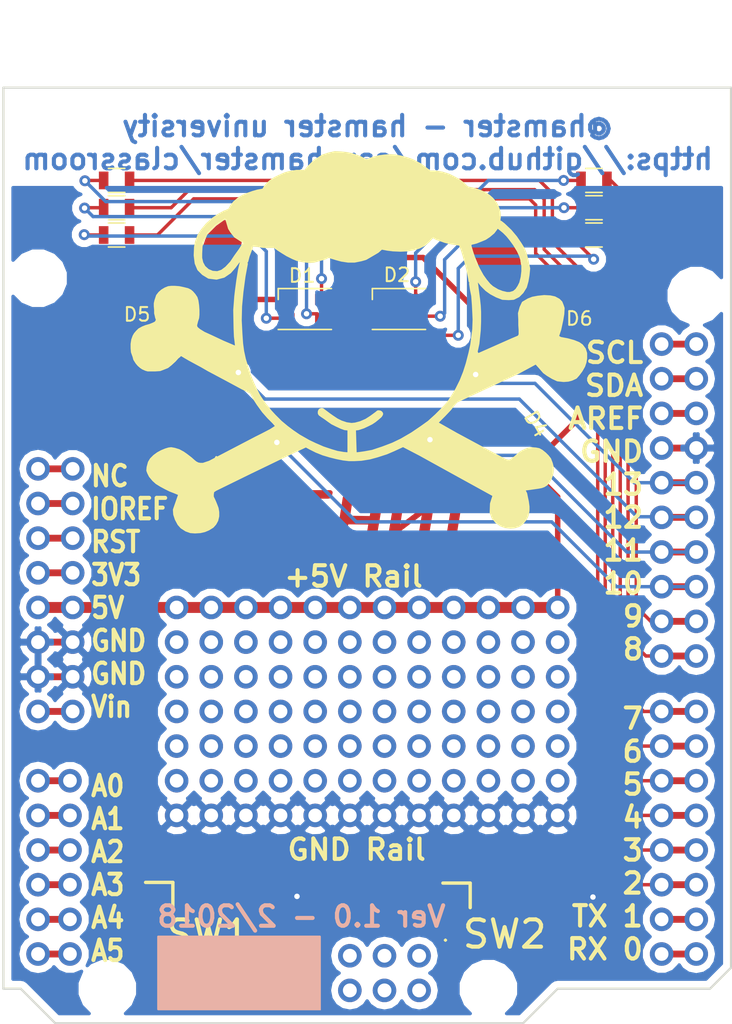
<source format=kicad_pcb>
(kicad_pcb (version 20171130) (host pcbnew "(2017-12-24 revision 570866557)-makepkg")
  (layers (0 F.Cu signal) (31 B.Cu signal) (34 B.Paste user) (35 F.Paste user) (36 B.SilkS user) (37 F.SilkS user) (38 B.Mask user) (39 F.Mask user) (44 Edge.Cuts user))
  (net 0 "")
  (net 1 "Net-(D1-Pad2)")
  (net 2 "Net-(D1-Pad3)")
  (net 3 "Net-(D1-Pad4)")
  (net 4 "Net-(D2-Pad4)")
  (net 5 "Net-(D2-Pad3)")
  (net 6 "Net-(D2-Pad2)")
  (net 7 "Net-(D3-Pad1)")
  (net 8 "Net-(D4-Pad1)")
  (net 9 "Net-(D5-Pad1)")
  (net 10 "Net-(D6-Pad1)")
  (net 11 "Net-(XA1-PadRST2)")
  (net 12 "Net-(XA1-PadGND4)")
  (net 13 "Net-(XA1-PadMOSI)")
  (net 14 "Net-(XA1-PadSCK)")
  (net 15 "Net-(XA1-Pad5V2)")
  (net 16 "Net-(XA1-PadA0)")
  (net 17 "Net-(XA1-PadVIN)")
  (net 18 GNDREF)
  (net 19 +5V)
  (net 20 "Net-(XA1-Pad3V3)")
  (net 21 "Net-(XA1-PadRST1)")
  (net 22 "Net-(XA1-PadIORF)")
  (net 23 "Net-(XA1-PadD0)")
  (net 24 "Net-(XA1-PadD1)")
  (net 25 "Net-(SW1-Pad1)")
  (net 26 "Net-(SW2-Pad1)")
  (net 27 "Net-(XA1-PadSCL)")
  (net 28 "Net-(XA1-PadSDA)")
  (net 29 "Net-(XA1-PadAREF)")
  (net 30 "Net-(XA1-PadA1)")
  (net 31 "Net-(XA1-PadA2)")
  (net 32 "Net-(XA1-PadA3)")
  (net 33 "Net-(XA1-PadA4)")
  (net 34 "Net-(XA1-PadA5)")
  (net 35 "Net-(XA1-PadMISO)")
  (net 36 "Net-(R1-Pad2)")
  (net 37 "Net-(R2-Pad2)")
  (net 38 "Net-(R3-Pad2)")
  (net 39 "Net-(R4-Pad2)")
  (net 40 "Net-(R5-Pad2)")
  (net 41 "Net-(R6-Pad2)")
  (net 42 "Net-(R7-Pad2)")
  (net 43 "Net-(R8-Pad2)")
  (net 44 "Net-(R9-Pad2)")
  (net 45 "Net-(R10-Pad2)")
  (module Resistors_SMD:R_0805 (layer F.Cu) (at 120 78)
    (fp_text reference R1 hide)
    (fp_text value 150)
    (pad 1 smd rect (at -0.95 0) (size 0.7 1.3) (layers F.Cu F.Paste F.Mask) (net 1 "Net-(D1-Pad2)"))
    (pad 2 smd rect (at 0.95 0) (size 0.7 1.3) (layers F.Cu F.Paste F.Mask) (net 36 "Net-(R1-Pad2)"))
  )
  (module Wire_Pads:SolderWirePad_single_1mmDrill (layer F.Cu) (at 152.035 120.449)
    (fp_text reference REF** hide)
    (fp_text value SolderWirePad_single_1mmDrill)
    (pad 1 thru_hole circle (at 0.305 0.091) (size 1.7272 1.7272) (drill 1.00076) (layers *.Cu *.Mask) (net 18 GNDREF))
  )
  (module Wire_Pads:SolderWirePad_single_1mmDrill (layer F.Cu) (at 149.495 120.449)
    (fp_text reference REF** hide)
    (fp_text value SolderWirePad_single_1mmDrill)
    (pad 1 thru_hole circle (at 0.305 0.091) (size 1.7272 1.7272) (drill 1.00076) (layers *.Cu *.Mask) (net 18 GNDREF))
  )
  (module Wire_Pads:SolderWirePad_single_1mmDrill (layer F.Cu) (at 146.955 120.449)
    (fp_text reference REF** hide)
    (fp_text value SolderWirePad_single_1mmDrill)
    (pad 1 thru_hole circle (at 0.305 0.091) (size 1.7272 1.7272) (drill 1.00076) (layers *.Cu *.Mask) (net 18 GNDREF))
  )
  (module Wire_Pads:SolderWirePad_single_1mmDrill (layer F.Cu) (at 144.415 120.449)
    (fp_text reference REF** hide)
    (fp_text value SolderWirePad_single_1mmDrill)
    (pad 1 thru_hole circle (at 0.305 0.091) (size 1.7272 1.7272) (drill 1.00076) (layers *.Cu *.Mask) (net 18 GNDREF))
  )
  (module Wire_Pads:SolderWirePad_single_1mmDrill (layer F.Cu) (at 141.875 120.449)
    (fp_text reference REF** hide)
    (fp_text value SolderWirePad_single_1mmDrill)
    (pad 1 thru_hole circle (at 0.305 0.091) (size 1.7272 1.7272) (drill 1.00076) (layers *.Cu *.Mask) (net 18 GNDREF))
  )
  (module Wire_Pads:SolderWirePad_single_1mmDrill (layer F.Cu) (at 139.335 120.449)
    (fp_text reference REF** hide)
    (fp_text value SolderWirePad_single_1mmDrill)
    (pad 1 thru_hole circle (at 0.305 0.091) (size 1.7272 1.7272) (drill 1.00076) (layers *.Cu *.Mask) (net 18 GNDREF))
  )
  (module Wire_Pads:SolderWirePad_single_1mmDrill (layer F.Cu) (at 136.795 120.449)
    (fp_text reference REF** hide)
    (fp_text value SolderWirePad_single_1mmDrill)
    (pad 1 thru_hole circle (at 0.305 0.091) (size 1.7272 1.7272) (drill 1.00076) (layers *.Cu *.Mask) (net 18 GNDREF))
  )
  (module Wire_Pads:SolderWirePad_single_1mmDrill (layer F.Cu) (at 134.255 120.449)
    (fp_text reference REF** hide)
    (fp_text value SolderWirePad_single_1mmDrill)
    (pad 1 thru_hole circle (at 0.305 0.091) (size 1.7272 1.7272) (drill 1.00076) (layers *.Cu *.Mask) (net 18 GNDREF))
  )
  (module Wire_Pads:SolderWirePad_single_1mmDrill (layer F.Cu) (at 131.715 120.449)
    (fp_text reference REF** hide)
    (fp_text value SolderWirePad_single_1mmDrill)
    (pad 1 thru_hole circle (at 0.305 0.091) (size 1.7272 1.7272) (drill 1.00076) (layers *.Cu *.Mask) (net 18 GNDREF))
  )
  (module Wire_Pads:SolderWirePad_single_1mmDrill (layer F.Cu) (at 129.175 120.449)
    (fp_text reference REF** hide)
    (fp_text value SolderWirePad_single_1mmDrill)
    (pad 1 thru_hole circle (at 0.305 0.091) (size 1.7272 1.7272) (drill 1.00076) (layers *.Cu *.Mask) (net 18 GNDREF))
  )
  (module Wire_Pads:SolderWirePad_single_1mmDrill (layer F.Cu) (at 126.635 120.449)
    (fp_text reference REF** hide)
    (fp_text value SolderWirePad_single_1mmDrill)
    (pad 1 thru_hole circle (at 0.305 0.091) (size 1.7272 1.7272) (drill 1.00076) (layers *.Cu *.Mask) (net 18 GNDREF))
  )
  (module Wire_Pads:SolderWirePad_single_1mmDrill (layer F.Cu) (at 152.035 105.209)
    (fp_text reference REF** hide)
    (fp_text value SolderWirePad_single_1mmDrill)
    (pad 1 thru_hole circle (at 0.305 0.091) (size 1.7272 1.7272) (drill 1.00076) (layers *.Cu *.Mask) (net 19 +5V))
  )
  (module Wire_Pads:SolderWirePad_single_1mmDrill (layer F.Cu) (at 149.495 105.209)
    (fp_text reference REF** hide)
    (fp_text value SolderWirePad_single_1mmDrill)
    (pad 1 thru_hole circle (at 0.305 0.091) (size 1.7272 1.7272) (drill 1.00076) (layers *.Cu *.Mask) (net 19 +5V))
  )
  (module Wire_Pads:SolderWirePad_single_1mmDrill (layer F.Cu) (at 146.955 105.209)
    (fp_text reference REF** hide)
    (fp_text value SolderWirePad_single_1mmDrill)
    (pad 1 thru_hole circle (at 0.305 0.091) (size 1.7272 1.7272) (drill 1.00076) (layers *.Cu *.Mask) (net 19 +5V))
  )
  (module Wire_Pads:SolderWirePad_single_1mmDrill (layer F.Cu) (at 144.415 105.209)
    (fp_text reference REF** hide)
    (fp_text value SolderWirePad_single_1mmDrill)
    (pad 1 thru_hole circle (at 0.305 0.091) (size 1.7272 1.7272) (drill 1.00076) (layers *.Cu *.Mask) (net 19 +5V))
  )
  (module Wire_Pads:SolderWirePad_single_1mmDrill (layer F.Cu) (at 141.875 105.209)
    (fp_text reference REF** hide)
    (fp_text value SolderWirePad_single_1mmDrill)
    (pad 1 thru_hole circle (at 0.305 0.091) (size 1.7272 1.7272) (drill 1.00076) (layers *.Cu *.Mask) (net 19 +5V))
  )
  (module Wire_Pads:SolderWirePad_single_1mmDrill (layer F.Cu) (at 139.335 105.209)
    (fp_text reference REF** hide)
    (fp_text value SolderWirePad_single_1mmDrill)
    (pad 1 thru_hole circle (at 0.305 0.091) (size 1.7272 1.7272) (drill 1.00076) (layers *.Cu *.Mask) (net 19 +5V))
  )
  (module Wire_Pads:SolderWirePad_single_1mmDrill (layer F.Cu) (at 136.795 105.209)
    (fp_text reference REF** hide)
    (fp_text value SolderWirePad_single_1mmDrill)
    (pad 1 thru_hole circle (at 0.305 0.091) (size 1.7272 1.7272) (drill 1.00076) (layers *.Cu *.Mask) (net 19 +5V))
  )
  (module Wire_Pads:SolderWirePad_single_1mmDrill (layer F.Cu) (at 134.255 105.209)
    (fp_text reference REF** hide)
    (fp_text value SolderWirePad_single_1mmDrill)
    (pad 1 thru_hole circle (at 0.305 0.091) (size 1.7272 1.7272) (drill 1.00076) (layers *.Cu *.Mask) (net 19 +5V))
  )
  (module Wire_Pads:SolderWirePad_single_1mmDrill (layer F.Cu) (at 131.715 105.209)
    (fp_text reference REF** hide)
    (fp_text value SolderWirePad_single_1mmDrill)
    (pad 1 thru_hole circle (at 0.305 0.091) (size 1.7272 1.7272) (drill 1.00076) (layers *.Cu *.Mask) (net 19 +5V))
  )
  (module Wire_Pads:SolderWirePad_single_1mmDrill (layer F.Cu) (at 129.175 105.209)
    (fp_text reference REF** hide)
    (fp_text value SolderWirePad_single_1mmDrill)
    (pad 1 thru_hole circle (at 0.305 0.091) (size 1.7272 1.7272) (drill 1.00076) (layers *.Cu *.Mask) (net 19 +5V))
  )
  (module Wire_Pads:SolderWirePad_single_1mmDrill (layer F.Cu) (at 126.635 105.209)
    (fp_text reference REF** hide)
    (fp_text value SolderWirePad_single_1mmDrill)
    (pad 1 thru_hole circle (at 0.305 0.091) (size 1.7272 1.7272) (drill 1.00076) (layers *.Cu *.Mask) (net 19 +5V))
  )
  (module Wire_Pads:SolderWirePad_single_1mmDrill (layer F.Cu) (at 124.095 120.449)
    (fp_text reference REF** hide)
    (fp_text value SolderWirePad_single_1mmDrill)
    (pad 1 thru_hole circle (at 0.305 0.091) (size 1.7272 1.7272) (drill 1.00076) (layers *.Cu *.Mask) (net 18 GNDREF))
  )
  (module Wire_Pads:SolderWirePad_single_1mmDrill (layer F.Cu) (at 152.035 117.909)
    (fp_text reference REF** hide)
    (fp_text value SolderWirePad_single_1mmDrill)
    (pad 1 thru_hole circle (at 0.305 0.091) (size 1.7272 1.7272) (drill 1.00076) (layers *.Cu *.Mask))
  )
  (module Wire_Pads:SolderWirePad_single_1mmDrill (layer F.Cu) (at 149.495 117.909)
    (fp_text reference REF** hide)
    (fp_text value SolderWirePad_single_1mmDrill)
    (pad 1 thru_hole circle (at 0.305 0.091) (size 1.7272 1.7272) (drill 1.00076) (layers *.Cu *.Mask))
  )
  (module Wire_Pads:SolderWirePad_single_1mmDrill (layer F.Cu) (at 146.955 117.909)
    (fp_text reference REF** hide)
    (fp_text value SolderWirePad_single_1mmDrill)
    (pad 1 thru_hole circle (at 0.305 0.091) (size 1.7272 1.7272) (drill 1.00076) (layers *.Cu *.Mask))
  )
  (module Wire_Pads:SolderWirePad_single_1mmDrill (layer F.Cu) (at 144.415 117.909)
    (fp_text reference REF** hide)
    (fp_text value SolderWirePad_single_1mmDrill)
    (pad 1 thru_hole circle (at 0.305 0.091) (size 1.7272 1.7272) (drill 1.00076) (layers *.Cu *.Mask))
  )
  (module Wire_Pads:SolderWirePad_single_1mmDrill (layer F.Cu) (at 141.875 117.909)
    (fp_text reference REF** hide)
    (fp_text value SolderWirePad_single_1mmDrill)
    (pad 1 thru_hole circle (at 0.305 0.091) (size 1.7272 1.7272) (drill 1.00076) (layers *.Cu *.Mask))
  )
  (module Wire_Pads:SolderWirePad_single_1mmDrill (layer F.Cu) (at 139.335 117.909)
    (fp_text reference REF** hide)
    (fp_text value SolderWirePad_single_1mmDrill)
    (pad 1 thru_hole circle (at 0.305 0.091) (size 1.7272 1.7272) (drill 1.00076) (layers *.Cu *.Mask))
  )
  (module Wire_Pads:SolderWirePad_single_1mmDrill (layer F.Cu) (at 136.795 117.909)
    (fp_text reference REF** hide)
    (fp_text value SolderWirePad_single_1mmDrill)
    (pad 1 thru_hole circle (at 0.305 0.091) (size 1.7272 1.7272) (drill 1.00076) (layers *.Cu *.Mask))
  )
  (module Wire_Pads:SolderWirePad_single_1mmDrill (layer F.Cu) (at 134.255 117.909)
    (fp_text reference REF** hide)
    (fp_text value SolderWirePad_single_1mmDrill)
    (pad 1 thru_hole circle (at 0.305 0.091) (size 1.7272 1.7272) (drill 1.00076) (layers *.Cu *.Mask))
  )
  (module Wire_Pads:SolderWirePad_single_1mmDrill (layer F.Cu) (at 131.715 117.909)
    (fp_text reference REF** hide)
    (fp_text value SolderWirePad_single_1mmDrill)
    (pad 1 thru_hole circle (at 0.305 0.091) (size 1.7272 1.7272) (drill 1.00076) (layers *.Cu *.Mask))
  )
  (module Wire_Pads:SolderWirePad_single_1mmDrill (layer F.Cu) (at 129.175 117.909)
    (fp_text reference REF** hide)
    (fp_text value SolderWirePad_single_1mmDrill)
    (pad 1 thru_hole circle (at 0.305 0.091) (size 1.7272 1.7272) (drill 1.00076) (layers *.Cu *.Mask))
  )
  (module Wire_Pads:SolderWirePad_single_1mmDrill (layer F.Cu) (at 126.635 117.909)
    (fp_text reference REF** hide)
    (fp_text value SolderWirePad_single_1mmDrill)
    (pad 1 thru_hole circle (at 0.305 0.091) (size 1.7272 1.7272) (drill 1.00076) (layers *.Cu *.Mask))
  )
  (module Wire_Pads:SolderWirePad_single_1mmDrill (layer F.Cu) (at 124.095 117.909)
    (fp_text reference REF** hide)
    (fp_text value SolderWirePad_single_1mmDrill)
    (pad 1 thru_hole circle (at 0.305 0.091) (size 1.7272 1.7272) (drill 1.00076) (layers *.Cu *.Mask))
  )
  (module Wire_Pads:SolderWirePad_single_1mmDrill (layer F.Cu) (at 152.035 115.369)
    (fp_text reference REF** hide)
    (fp_text value SolderWirePad_single_1mmDrill)
    (pad 1 thru_hole circle (at 0.305 0.091) (size 1.7272 1.7272) (drill 1.00076) (layers *.Cu *.Mask))
  )
  (module Wire_Pads:SolderWirePad_single_1mmDrill (layer F.Cu) (at 149.495 115.369)
    (fp_text reference REF** hide)
    (fp_text value SolderWirePad_single_1mmDrill)
    (pad 1 thru_hole circle (at 0.305 0.091) (size 1.7272 1.7272) (drill 1.00076) (layers *.Cu *.Mask))
  )
  (module Wire_Pads:SolderWirePad_single_1mmDrill (layer F.Cu) (at 146.955 115.369)
    (fp_text reference REF** hide)
    (fp_text value SolderWirePad_single_1mmDrill)
    (pad 1 thru_hole circle (at 0.305 0.091) (size 1.7272 1.7272) (drill 1.00076) (layers *.Cu *.Mask))
  )
  (module Wire_Pads:SolderWirePad_single_1mmDrill (layer F.Cu) (at 144.415 115.369)
    (fp_text reference REF** hide)
    (fp_text value SolderWirePad_single_1mmDrill)
    (pad 1 thru_hole circle (at 0.305 0.091) (size 1.7272 1.7272) (drill 1.00076) (layers *.Cu *.Mask))
  )
  (module Wire_Pads:SolderWirePad_single_1mmDrill (layer F.Cu) (at 141.875 115.369)
    (fp_text reference REF** hide)
    (fp_text value SolderWirePad_single_1mmDrill)
    (pad 1 thru_hole circle (at 0.305 0.091) (size 1.7272 1.7272) (drill 1.00076) (layers *.Cu *.Mask))
  )
  (module Wire_Pads:SolderWirePad_single_1mmDrill (layer F.Cu) (at 139.335 115.369)
    (fp_text reference REF** hide)
    (fp_text value SolderWirePad_single_1mmDrill)
    (pad 1 thru_hole circle (at 0.305 0.091) (size 1.7272 1.7272) (drill 1.00076) (layers *.Cu *.Mask))
  )
  (module Wire_Pads:SolderWirePad_single_1mmDrill (layer F.Cu) (at 136.795 115.369)
    (fp_text reference REF** hide)
    (fp_text value SolderWirePad_single_1mmDrill)
    (pad 1 thru_hole circle (at 0.305 0.091) (size 1.7272 1.7272) (drill 1.00076) (layers *.Cu *.Mask))
  )
  (module Wire_Pads:SolderWirePad_single_1mmDrill (layer F.Cu) (at 134.255 115.369)
    (fp_text reference REF** hide)
    (fp_text value SolderWirePad_single_1mmDrill)
    (pad 1 thru_hole circle (at 0.305 0.091) (size 1.7272 1.7272) (drill 1.00076) (layers *.Cu *.Mask))
  )
  (module Wire_Pads:SolderWirePad_single_1mmDrill (layer F.Cu) (at 131.715 115.369)
    (fp_text reference REF** hide)
    (fp_text value SolderWirePad_single_1mmDrill)
    (pad 1 thru_hole circle (at 0.305 0.091) (size 1.7272 1.7272) (drill 1.00076) (layers *.Cu *.Mask))
  )
  (module Wire_Pads:SolderWirePad_single_1mmDrill (layer F.Cu) (at 129.175 115.369)
    (fp_text reference REF** hide)
    (fp_text value SolderWirePad_single_1mmDrill)
    (pad 1 thru_hole circle (at 0.305 0.091) (size 1.7272 1.7272) (drill 1.00076) (layers *.Cu *.Mask))
  )
  (module Wire_Pads:SolderWirePad_single_1mmDrill (layer F.Cu) (at 126.635 115.369)
    (fp_text reference REF** hide)
    (fp_text value SolderWirePad_single_1mmDrill)
    (pad 1 thru_hole circle (at 0.305 0.091) (size 1.7272 1.7272) (drill 1.00076) (layers *.Cu *.Mask))
  )
  (module Wire_Pads:SolderWirePad_single_1mmDrill (layer F.Cu) (at 124.095 115.369)
    (fp_text reference REF** hide)
    (fp_text value SolderWirePad_single_1mmDrill)
    (pad 1 thru_hole circle (at 0.305 0.091) (size 1.7272 1.7272) (drill 1.00076) (layers *.Cu *.Mask))
  )
  (module Wire_Pads:SolderWirePad_single_1mmDrill (layer F.Cu) (at 152.035 112.829)
    (fp_text reference REF** hide)
    (fp_text value SolderWirePad_single_1mmDrill)
    (pad 1 thru_hole circle (at 0.305 0.091) (size 1.7272 1.7272) (drill 1.00076) (layers *.Cu *.Mask))
  )
  (module Wire_Pads:SolderWirePad_single_1mmDrill (layer F.Cu) (at 149.495 112.829)
    (fp_text reference REF** hide)
    (fp_text value SolderWirePad_single_1mmDrill)
    (pad 1 thru_hole circle (at 0.305 0.091) (size 1.7272 1.7272) (drill 1.00076) (layers *.Cu *.Mask))
  )
  (module Wire_Pads:SolderWirePad_single_1mmDrill (layer F.Cu) (at 146.955 112.829)
    (fp_text reference REF** hide)
    (fp_text value SolderWirePad_single_1mmDrill)
    (pad 1 thru_hole circle (at 0.305 0.091) (size 1.7272 1.7272) (drill 1.00076) (layers *.Cu *.Mask))
  )
  (module Wire_Pads:SolderWirePad_single_1mmDrill (layer F.Cu) (at 144.415 112.829)
    (fp_text reference REF** hide)
    (fp_text value SolderWirePad_single_1mmDrill)
    (pad 1 thru_hole circle (at 0.305 0.091) (size 1.7272 1.7272) (drill 1.00076) (layers *.Cu *.Mask))
  )
  (module Wire_Pads:SolderWirePad_single_1mmDrill (layer F.Cu) (at 141.875 112.829)
    (fp_text reference REF** hide)
    (fp_text value SolderWirePad_single_1mmDrill)
    (pad 1 thru_hole circle (at 0.305 0.091) (size 1.7272 1.7272) (drill 1.00076) (layers *.Cu *.Mask))
  )
  (module Wire_Pads:SolderWirePad_single_1mmDrill (layer F.Cu) (at 139.335 112.829)
    (fp_text reference REF** hide)
    (fp_text value SolderWirePad_single_1mmDrill)
    (pad 1 thru_hole circle (at 0.305 0.091) (size 1.7272 1.7272) (drill 1.00076) (layers *.Cu *.Mask))
  )
  (module Wire_Pads:SolderWirePad_single_1mmDrill (layer F.Cu) (at 136.795 112.829)
    (fp_text reference REF** hide)
    (fp_text value SolderWirePad_single_1mmDrill)
    (pad 1 thru_hole circle (at 0.305 0.091) (size 1.7272 1.7272) (drill 1.00076) (layers *.Cu *.Mask))
  )
  (module Wire_Pads:SolderWirePad_single_1mmDrill (layer F.Cu) (at 134.255 112.829)
    (fp_text reference REF** hide)
    (fp_text value SolderWirePad_single_1mmDrill)
    (pad 1 thru_hole circle (at 0.305 0.091) (size 1.7272 1.7272) (drill 1.00076) (layers *.Cu *.Mask))
  )
  (module Wire_Pads:SolderWirePad_single_1mmDrill (layer F.Cu) (at 131.715 112.829)
    (fp_text reference REF** hide)
    (fp_text value SolderWirePad_single_1mmDrill)
    (pad 1 thru_hole circle (at 0.305 0.091) (size 1.7272 1.7272) (drill 1.00076) (layers *.Cu *.Mask))
  )
  (module Wire_Pads:SolderWirePad_single_1mmDrill (layer F.Cu) (at 129.175 112.829)
    (fp_text reference REF** hide)
    (fp_text value SolderWirePad_single_1mmDrill)
    (pad 1 thru_hole circle (at 0.305 0.091) (size 1.7272 1.7272) (drill 1.00076) (layers *.Cu *.Mask))
  )
  (module Wire_Pads:SolderWirePad_single_1mmDrill (layer F.Cu) (at 126.635 112.829)
    (fp_text reference REF** hide)
    (fp_text value SolderWirePad_single_1mmDrill)
    (pad 1 thru_hole circle (at 0.305 0.091) (size 1.7272 1.7272) (drill 1.00076) (layers *.Cu *.Mask))
  )
  (module Wire_Pads:SolderWirePad_single_1mmDrill (layer F.Cu) (at 124.095 112.829)
    (fp_text reference REF** hide)
    (fp_text value SolderWirePad_single_1mmDrill)
    (pad 1 thru_hole circle (at 0.305 0.091) (size 1.7272 1.7272) (drill 1.00076) (layers *.Cu *.Mask))
  )
  (module Wire_Pads:SolderWirePad_single_1mmDrill (layer F.Cu) (at 152.035 110.289)
    (fp_text reference REF** hide)
    (fp_text value SolderWirePad_single_1mmDrill)
    (pad 1 thru_hole circle (at 0.305 0.091) (size 1.7272 1.7272) (drill 1.00076) (layers *.Cu *.Mask))
  )
  (module Wire_Pads:SolderWirePad_single_1mmDrill (layer F.Cu) (at 149.495 110.289)
    (fp_text reference REF** hide)
    (fp_text value SolderWirePad_single_1mmDrill)
    (pad 1 thru_hole circle (at 0.305 0.091) (size 1.7272 1.7272) (drill 1.00076) (layers *.Cu *.Mask))
  )
  (module Wire_Pads:SolderWirePad_single_1mmDrill (layer F.Cu) (at 146.955 110.289)
    (fp_text reference REF** hide)
    (fp_text value SolderWirePad_single_1mmDrill)
    (pad 1 thru_hole circle (at 0.305 0.091) (size 1.7272 1.7272) (drill 1.00076) (layers *.Cu *.Mask))
  )
  (module Wire_Pads:SolderWirePad_single_1mmDrill (layer F.Cu) (at 144.415 110.289)
    (fp_text reference REF** hide)
    (fp_text value SolderWirePad_single_1mmDrill)
    (pad 1 thru_hole circle (at 0.305 0.091) (size 1.7272 1.7272) (drill 1.00076) (layers *.Cu *.Mask))
  )
  (module Wire_Pads:SolderWirePad_single_1mmDrill (layer F.Cu) (at 141.875 110.289)
    (fp_text reference REF** hide)
    (fp_text value SolderWirePad_single_1mmDrill)
    (pad 1 thru_hole circle (at 0.305 0.091) (size 1.7272 1.7272) (drill 1.00076) (layers *.Cu *.Mask))
  )
  (module Wire_Pads:SolderWirePad_single_1mmDrill (layer F.Cu) (at 139.335 110.289)
    (fp_text reference REF** hide)
    (fp_text value SolderWirePad_single_1mmDrill)
    (pad 1 thru_hole circle (at 0.305 0.091) (size 1.7272 1.7272) (drill 1.00076) (layers *.Cu *.Mask))
  )
  (module Wire_Pads:SolderWirePad_single_1mmDrill (layer F.Cu) (at 136.795 110.289)
    (fp_text reference REF** hide)
    (fp_text value SolderWirePad_single_1mmDrill)
    (pad 1 thru_hole circle (at 0.305 0.091) (size 1.7272 1.7272) (drill 1.00076) (layers *.Cu *.Mask))
  )
  (module Wire_Pads:SolderWirePad_single_1mmDrill (layer F.Cu) (at 134.255 110.289)
    (fp_text reference REF** hide)
    (fp_text value SolderWirePad_single_1mmDrill)
    (pad 1 thru_hole circle (at 0.305 0.091) (size 1.7272 1.7272) (drill 1.00076) (layers *.Cu *.Mask))
  )
  (module Wire_Pads:SolderWirePad_single_1mmDrill (layer F.Cu) (at 131.715 110.289)
    (fp_text reference REF** hide)
    (fp_text value SolderWirePad_single_1mmDrill)
    (pad 1 thru_hole circle (at 0.305 0.091) (size 1.7272 1.7272) (drill 1.00076) (layers *.Cu *.Mask))
  )
  (module Wire_Pads:SolderWirePad_single_1mmDrill (layer F.Cu) (at 129.175 110.289)
    (fp_text reference REF** hide)
    (fp_text value SolderWirePad_single_1mmDrill)
    (pad 1 thru_hole circle (at 0.305 0.091) (size 1.7272 1.7272) (drill 1.00076) (layers *.Cu *.Mask))
  )
  (module Wire_Pads:SolderWirePad_single_1mmDrill (layer F.Cu) (at 126.635 110.289)
    (fp_text reference REF** hide)
    (fp_text value SolderWirePad_single_1mmDrill)
    (pad 1 thru_hole circle (at 0.305 0.091) (size 1.7272 1.7272) (drill 1.00076) (layers *.Cu *.Mask))
  )
  (module Wire_Pads:SolderWirePad_single_1mmDrill (layer F.Cu) (at 124.095 110.289)
    (fp_text reference REF** hide)
    (fp_text value SolderWirePad_single_1mmDrill)
    (pad 1 thru_hole circle (at 0.305 0.091) (size 1.7272 1.7272) (drill 1.00076) (layers *.Cu *.Mask))
  )
  (module Wire_Pads:SolderWirePad_single_1mmDrill (layer F.Cu) (at 152.035 107.749)
    (fp_text reference REF** hide)
    (fp_text value SolderWirePad_single_1mmDrill)
    (pad 1 thru_hole circle (at 0.305 0.091) (size 1.7272 1.7272) (drill 1.00076) (layers *.Cu *.Mask))
  )
  (module Wire_Pads:SolderWirePad_single_1mmDrill (layer F.Cu) (at 149.495 107.749)
    (fp_text reference REF** hide)
    (fp_text value SolderWirePad_single_1mmDrill)
    (pad 1 thru_hole circle (at 0.305 0.091) (size 1.7272 1.7272) (drill 1.00076) (layers *.Cu *.Mask))
  )
  (module Wire_Pads:SolderWirePad_single_1mmDrill (layer F.Cu) (at 146.955 107.749)
    (fp_text reference REF** hide)
    (fp_text value SolderWirePad_single_1mmDrill)
    (pad 1 thru_hole circle (at 0.305 0.091) (size 1.7272 1.7272) (drill 1.00076) (layers *.Cu *.Mask))
  )
  (module Wire_Pads:SolderWirePad_single_1mmDrill (layer F.Cu) (at 144.415 107.749)
    (fp_text reference REF** hide)
    (fp_text value SolderWirePad_single_1mmDrill)
    (pad 1 thru_hole circle (at 0.305 0.091) (size 1.7272 1.7272) (drill 1.00076) (layers *.Cu *.Mask))
  )
  (module Wire_Pads:SolderWirePad_single_1mmDrill (layer F.Cu) (at 141.875 107.749)
    (fp_text reference REF** hide)
    (fp_text value SolderWirePad_single_1mmDrill)
    (pad 1 thru_hole circle (at 0.305 0.091) (size 1.7272 1.7272) (drill 1.00076) (layers *.Cu *.Mask))
  )
  (module Wire_Pads:SolderWirePad_single_1mmDrill (layer F.Cu) (at 139.335 107.749)
    (fp_text reference REF** hide)
    (fp_text value SolderWirePad_single_1mmDrill)
    (pad 1 thru_hole circle (at 0.305 0.091) (size 1.7272 1.7272) (drill 1.00076) (layers *.Cu *.Mask))
  )
  (module Wire_Pads:SolderWirePad_single_1mmDrill (layer F.Cu) (at 136.795 107.749)
    (fp_text reference REF** hide)
    (fp_text value SolderWirePad_single_1mmDrill)
    (pad 1 thru_hole circle (at 0.305 0.091) (size 1.7272 1.7272) (drill 1.00076) (layers *.Cu *.Mask))
  )
  (module Wire_Pads:SolderWirePad_single_1mmDrill (layer F.Cu) (at 134.255 107.749)
    (fp_text reference REF** hide)
    (fp_text value SolderWirePad_single_1mmDrill)
    (pad 1 thru_hole circle (at 0.305 0.091) (size 1.7272 1.7272) (drill 1.00076) (layers *.Cu *.Mask))
  )
  (module Wire_Pads:SolderWirePad_single_1mmDrill (layer F.Cu) (at 131.715 107.749)
    (fp_text reference REF** hide)
    (fp_text value SolderWirePad_single_1mmDrill)
    (pad 1 thru_hole circle (at 0.305 0.091) (size 1.7272 1.7272) (drill 1.00076) (layers *.Cu *.Mask))
  )
  (module Wire_Pads:SolderWirePad_single_1mmDrill (layer F.Cu) (at 129.175 107.749)
    (fp_text reference REF** hide)
    (fp_text value SolderWirePad_single_1mmDrill)
    (pad 1 thru_hole circle (at 0.305 0.091) (size 1.7272 1.7272) (drill 1.00076) (layers *.Cu *.Mask))
  )
  (module Wire_Pads:SolderWirePad_single_1mmDrill (layer F.Cu) (at 126.635 107.749)
    (fp_text reference REF** hide)
    (fp_text value SolderWirePad_single_1mmDrill)
    (pad 1 thru_hole circle (at 0.305 0.091) (size 1.7272 1.7272) (drill 1.00076) (layers *.Cu *.Mask))
  )
  (module Wire_Pads:SolderWirePad_single_1mmDrill (layer F.Cu) (at 124.095 107.749)
    (fp_text reference REF** hide)
    (fp_text value SolderWirePad_single_1mmDrill)
    (pad 1 thru_hole circle (at 0.305 0.091) (size 1.7272 1.7272) (drill 1.00076) (layers *.Cu *.Mask))
  )
  (module Wire_Pads:SolderWirePad_single_1mmDrill (layer F.Cu) (at 124.095 105.209)
    (fp_text reference REF** hide)
    (fp_text value SolderWirePad_single_1mmDrill)
    (pad 1 thru_hole circle (at 0.305 0.091) (size 1.7272 1.7272) (drill 1.00076) (layers *.Cu *.Mask) (net 19 +5V))
  )
  (module Wire_Pads:SolderWirePad_single_1mmDrill (layer F.Cu) (at 159.99 130.459)
    (fp_text reference REF** hide)
    (fp_text value SolderWirePad_single_1mmDrill)
    (pad 1 thru_hole circle (at -0.03 0.241) (size 1.7272 1.7272) (drill 1.00076) (layers *.Cu *.Mask))
  )
  (module Wire_Pads:SolderWirePad_single_1mmDrill (layer F.Cu) (at 159.99 127.919)
    (fp_text reference REF** hide)
    (fp_text value SolderWirePad_single_1mmDrill)
    (pad 1 thru_hole circle (at -0.03 0.241) (size 1.7272 1.7272) (drill 1.00076) (layers *.Cu *.Mask))
  )
  (module Wire_Pads:SolderWirePad_single_1mmDrill (layer F.Cu) (at 159.99 125.379)
    (fp_text reference REF** hide)
    (fp_text value SolderWirePad_single_1mmDrill)
    (pad 1 thru_hole circle (at -0.03 0.241) (size 1.7272 1.7272) (drill 1.00076) (layers *.Cu *.Mask))
  )
  (module Wire_Pads:SolderWirePad_single_1mmDrill (layer F.Cu) (at 159.99 122.839)
    (fp_text reference REF** hide)
    (fp_text value SolderWirePad_single_1mmDrill)
    (pad 1 thru_hole circle (at -0.03 0.241) (size 1.7272 1.7272) (drill 1.00076) (layers *.Cu *.Mask))
  )
  (module Wire_Pads:SolderWirePad_single_1mmDrill (layer F.Cu) (at 159.99 120.299)
    (fp_text reference REF** hide)
    (fp_text value SolderWirePad_single_1mmDrill)
    (pad 1 thru_hole circle (at -0.03 0.241) (size 1.7272 1.7272) (drill 1.00076) (layers *.Cu *.Mask))
  )
  (module Wire_Pads:SolderWirePad_single_1mmDrill (layer F.Cu) (at 159.99 117.759)
    (fp_text reference REF** hide)
    (fp_text value SolderWirePad_single_1mmDrill)
    (pad 1 thru_hole circle (at -0.03 0.241) (size 1.7272 1.7272) (drill 1.00076) (layers *.Cu *.Mask))
  )
  (module Wire_Pads:SolderWirePad_single_1mmDrill (layer F.Cu) (at 159.99 115.219)
    (fp_text reference REF** hide)
    (fp_text value SolderWirePad_single_1mmDrill)
    (pad 1 thru_hole circle (at -0.03 0.241) (size 1.7272 1.7272) (drill 1.00076) (layers *.Cu *.Mask))
  )
  (module Wire_Pads:SolderWirePad_single_1mmDrill (layer F.Cu) (at 159.99 112.679)
    (fp_text reference REF** hide)
    (fp_text value SolderWirePad_single_1mmDrill)
    (pad 1 thru_hole circle (at -0.03 0.241) (size 1.7272 1.7272) (drill 1.00076) (layers *.Cu *.Mask))
  )
  (module Wire_Pads:SolderWirePad_single_1mmDrill (layer F.Cu) (at 159.975 108.71)
    (fp_text reference REF** hide)
    (fp_text value SolderWirePad_single_1mmDrill)
    (pad 1 thru_hole circle (at -0.015 0.146) (size 1.7272 1.7272) (drill 1.00076) (layers *.Cu *.Mask))
  )
  (module Wire_Pads:SolderWirePad_single_1mmDrill (layer F.Cu) (at 159.975 106.17)
    (fp_text reference REF** hide)
    (fp_text value SolderWirePad_single_1mmDrill)
    (pad 1 thru_hole circle (at -0.015 0.146) (size 1.7272 1.7272) (drill 1.00076) (layers *.Cu *.Mask))
  )
  (module Wire_Pads:SolderWirePad_single_1mmDrill (layer F.Cu) (at 159.975 103.63)
    (fp_text reference REF** hide)
    (fp_text value SolderWirePad_single_1mmDrill)
    (pad 1 thru_hole circle (at -0.015 0.146) (size 1.7272 1.7272) (drill 1.00076) (layers *.Cu *.Mask))
  )
  (module Wire_Pads:SolderWirePad_single_1mmDrill (layer F.Cu) (at 159.975 101.09)
    (fp_text reference REF** hide)
    (fp_text value SolderWirePad_single_1mmDrill)
    (pad 1 thru_hole circle (at -0.015 0.146) (size 1.7272 1.7272) (drill 1.00076) (layers *.Cu *.Mask))
  )
  (module Wire_Pads:SolderWirePad_single_1mmDrill (layer F.Cu) (at 159.975 98.55)
    (fp_text reference REF** hide)
    (fp_text value SolderWirePad_single_1mmDrill)
    (pad 1 thru_hole circle (at -0.015 0.146) (size 1.7272 1.7272) (drill 1.00076) (layers *.Cu *.Mask))
  )
  (module Wire_Pads:SolderWirePad_single_1mmDrill (layer F.Cu) (at 159.975 96.01)
    (fp_text reference REF** hide)
    (fp_text value SolderWirePad_single_1mmDrill)
    (pad 1 thru_hole circle (at -0.015 0.146) (size 1.7272 1.7272) (drill 1.00076) (layers *.Cu *.Mask))
  )
  (module Wire_Pads:SolderWirePad_single_1mmDrill (layer F.Cu) (at 159.975 93.47)
    (fp_text reference REF** hide)
    (fp_text value SolderWirePad_single_1mmDrill)
    (pad 1 thru_hole circle (at -0.015 0.146) (size 1.7272 1.7272) (drill 1.00076) (layers *.Cu *.Mask))
  )
  (module Wire_Pads:SolderWirePad_single_1mmDrill (layer F.Cu) (at 159.975 90.93)
    (fp_text reference REF** hide)
    (fp_text value SolderWirePad_single_1mmDrill)
    (pad 1 thru_hole circle (at -0.015 0.146) (size 1.7272 1.7272) (drill 1.00076) (layers *.Cu *.Mask))
  )
  (module Wire_Pads:SolderWirePad_single_1mmDrill (layer F.Cu) (at 159.975 88.39)
    (fp_text reference REF** hide)
    (fp_text value SolderWirePad_single_1mmDrill)
    (pad 1 thru_hole circle (at -0.015 0.146) (size 1.7272 1.7272) (drill 1.00076) (layers *.Cu *.Mask))
  )
  (module Wire_Pads:SolderWirePad_single_1mmDrill (layer F.Cu) (at 159.975 85.85)
    (fp_text reference REF** hide)
    (fp_text value SolderWirePad_single_1mmDrill)
    (pad 1 thru_hole circle (at -0.015 0.146) (size 1.7272 1.7272) (drill 1.00076) (layers *.Cu *.Mask))
  )
  (module Wire_Pads:SolderWirePad_single_1mmDrill (layer F.Cu) (at 117.095 130.61)
    (fp_text reference REF** hide)
    (fp_text value SolderWirePad_single_1mmDrill)
    (pad 1 thru_hole circle (at -0.515 0.09) (size 1.7272 1.7272) (drill 1.00076) (layers *.Cu *.Mask))
  )
  (module Wire_Pads:SolderWirePad_single_1mmDrill (layer F.Cu) (at 117.095 128.07)
    (fp_text reference REF** hide)
    (fp_text value SolderWirePad_single_1mmDrill)
    (pad 1 thru_hole circle (at -0.515 0.09) (size 1.7272 1.7272) (drill 1.00076) (layers *.Cu *.Mask))
  )
  (module Wire_Pads:SolderWirePad_single_1mmDrill (layer F.Cu) (at 117.095 125.53)
    (fp_text reference REF** hide)
    (fp_text value SolderWirePad_single_1mmDrill)
    (pad 1 thru_hole circle (at -0.515 0.09) (size 1.7272 1.7272) (drill 1.00076) (layers *.Cu *.Mask))
  )
  (module Wire_Pads:SolderWirePad_single_1mmDrill (layer F.Cu) (at 117.095 122.99)
    (fp_text reference REF** hide)
    (fp_text value SolderWirePad_single_1mmDrill)
    (pad 1 thru_hole circle (at -0.515 0.09) (size 1.7272 1.7272) (drill 1.00076) (layers *.Cu *.Mask))
  )
  (module Wire_Pads:SolderWirePad_single_1mmDrill (layer F.Cu) (at 117.095 120.45)
    (fp_text reference REF** hide)
    (fp_text value SolderWirePad_single_1mmDrill)
    (pad 1 thru_hole circle (at -0.515 0.09) (size 1.7272 1.7272) (drill 1.00076) (layers *.Cu *.Mask))
  )
  (module Wire_Pads:SolderWirePad_single_1mmDrill (layer F.Cu) (at 117.095 117.91)
    (fp_text reference REF** hide)
    (fp_text value SolderWirePad_single_1mmDrill)
    (pad 1 thru_hole circle (at -0.515 0.09) (size 1.7272 1.7272) (drill 1.00076) (layers *.Cu *.Mask))
  )
  (module Wire_Pads:SolderWirePad_single_1mmDrill (layer F.Cu) (at 117.125 112.88)
    (fp_text reference REF** hide)
    (fp_text value SolderWirePad_single_1mmDrill)
    (pad 1 thru_hole circle (at -0.345 0.04) (size 1.7272 1.7272) (drill 1.00076) (layers *.Cu *.Mask))
  )
  (module Wire_Pads:SolderWirePad_single_1mmDrill (layer F.Cu) (at 117.125 110.34)
    (fp_text reference REF** hide)
    (fp_text value SolderWirePad_single_1mmDrill)
    (pad 1 thru_hole circle (at -0.345 0.04) (size 1.7272 1.7272) (drill 1.00076) (layers *.Cu *.Mask) (net 18 GNDREF))
  )
  (module Wire_Pads:SolderWirePad_single_1mmDrill (layer F.Cu) (at 117.125 107.8)
    (fp_text reference REF** hide)
    (fp_text value SolderWirePad_single_1mmDrill)
    (pad 1 thru_hole circle (at -0.345 0.04) (size 1.7272 1.7272) (drill 1.00076) (layers *.Cu *.Mask) (net 18 GNDREF))
  )
  (module Wire_Pads:SolderWirePad_single_1mmDrill (layer F.Cu) (at 117.125 105.26)
    (fp_text reference REF** hide)
    (fp_text value SolderWirePad_single_1mmDrill)
    (pad 1 thru_hole circle (at -0.345 0.04) (size 1.7272 1.7272) (drill 1.00076) (layers *.Cu *.Mask) (net 19 +5V))
  )
  (module Wire_Pads:SolderWirePad_single_1mmDrill (layer F.Cu) (at 117.125 102.72)
    (fp_text reference REF** hide)
    (fp_text value SolderWirePad_single_1mmDrill)
    (pad 1 thru_hole circle (at -0.345 0.04) (size 1.7272 1.7272) (drill 1.00076) (layers *.Cu *.Mask))
  )
  (module Wire_Pads:SolderWirePad_single_1mmDrill (layer F.Cu) (at 117.125 100.18)
    (fp_text reference REF** hide)
    (fp_text value SolderWirePad_single_1mmDrill)
    (pad 1 thru_hole circle (at -0.345 0.04) (size 1.7272 1.7272) (drill 1.00076) (layers *.Cu *.Mask))
  )
  (module Wire_Pads:SolderWirePad_single_1mmDrill (layer F.Cu) (at 117.125 97.64)
    (fp_text reference REF** hide)
    (fp_text value SolderWirePad_single_1mmDrill)
    (pad 1 thru_hole circle (at -0.345 0.04) (size 1.7272 1.7272) (drill 1.00076) (layers *.Cu *.Mask))
  )
  (module Arduino:Arduino_Uno_Shield (layer F.Cu) (at 111.7 67.2 270)
    (fp_text reference XA1 hide)
    (fp_text value Arduino_Uno_Shield)
    (fp_text user . (at 62.484 -32.004 270) (layer F.SilkS))
    (pad RST2 thru_hole oval (at 63.627 -25.4 270) (size 1.7272 1.7272) (drill 1.016) (layers *.Cu *.Mask) (net 11 "Net-(XA1-PadRST2)"))
    (pad GND4 thru_hole oval (at 66.167 -25.4 270) (size 1.7272 1.7272) (drill 1.016) (layers *.Cu *.Mask) (net 12 "Net-(XA1-PadGND4)"))
    (pad MOSI thru_hole oval (at 66.167 -27.94 270) (size 1.7272 1.7272) (drill 1.016) (layers *.Cu *.Mask) (net 13 "Net-(XA1-PadMOSI)"))
    (pad SCK thru_hole oval (at 63.627 -27.94 270) (size 1.7272 1.7272) (drill 1.016) (layers *.Cu *.Mask) (net 14 "Net-(XA1-PadSCK)"))
    (pad 5V2 thru_hole oval (at 66.167 -30.48 270) (size 1.7272 1.7272) (drill 1.016) (layers *.Cu *.Mask) (net 15 "Net-(XA1-Pad5V2)"))
    (pad A0 thru_hole oval (at 50.8 -2.54 270) (size 1.7272 1.7272) (drill 1.016) (layers *.Cu *.Mask) (net 16 "Net-(XA1-PadA0)"))
    (pad VIN thru_hole oval (at 45.72 -2.54 270) (size 1.7272 1.7272) (drill 1.016) (layers *.Cu *.Mask) (net 17 "Net-(XA1-PadVIN)"))
    (pad GND3 thru_hole oval (at 43.18 -2.54 270) (size 1.7272 1.7272) (drill 1.016) (layers *.Cu *.Mask) (net 18 GNDREF))
    (pad GND2 thru_hole oval (at 40.64 -2.54 270) (size 1.7272 1.7272) (drill 1.016) (layers *.Cu *.Mask) (net 18 GNDREF))
    (pad 5V1 thru_hole oval (at 38.1 -2.54 270) (size 1.7272 1.7272) (drill 1.016) (layers *.Cu *.Mask) (net 19 +5V))
    (pad 3V3 thru_hole oval (at 35.56 -2.54 270) (size 1.7272 1.7272) (drill 1.016) (layers *.Cu *.Mask) (net 20 "Net-(XA1-Pad3V3)"))
    (pad RST1 thru_hole oval (at 33.02 -2.54 270) (size 1.7272 1.7272) (drill 1.016) (layers *.Cu *.Mask) (net 21 "Net-(XA1-PadRST1)"))
    (pad IORF thru_hole oval (at 30.48 -2.54 270) (size 1.7272 1.7272) (drill 1.016) (layers *.Cu *.Mask) (net 22 "Net-(XA1-PadIORF)"))
    (pad D0 thru_hole oval (at 63.5 -50.8 270) (size 1.7272 1.7272) (drill 1.016) (layers *.Cu *.Mask) (net 23 "Net-(XA1-PadD0)"))
    (pad D1 thru_hole oval (at 60.96 -50.8 270) (size 1.7272 1.7272) (drill 1.016) (layers *.Cu *.Mask) (net 24 "Net-(XA1-PadD1)"))
    (pad D2 thru_hole oval (at 58.42 -50.8 270) (size 1.7272 1.7272) (drill 1.016) (layers *.Cu *.Mask) (net 25 "Net-(SW1-Pad1)"))
    (pad D3 thru_hole oval (at 55.88 -50.8 270) (size 1.7272 1.7272) (drill 1.016) (layers *.Cu *.Mask) (net 26 "Net-(SW2-Pad1)"))
    (pad D4 thru_hole oval (at 53.34 -50.8 270) (size 1.7272 1.7272) (drill 1.016) (layers *.Cu *.Mask) (net 36 "Net-(R1-Pad2)"))
    (pad D5 thru_hole oval (at 50.8 -50.8 270) (size 1.7272 1.7272) (drill 1.016) (layers *.Cu *.Mask) (net 37 "Net-(R2-Pad2)"))
    (pad D6 thru_hole oval (at 48.26 -50.8 270) (size 1.7272 1.7272) (drill 1.016) (layers *.Cu *.Mask) (net 38 "Net-(R3-Pad2)"))
    (pad D7 thru_hole oval (at 45.72 -50.8 270) (size 1.7272 1.7272) (drill 1.016) (layers *.Cu *.Mask) (net 39 "Net-(R4-Pad2)"))
    (pad GND1 thru_hole oval (at 26.416 -50.8 270) (size 1.7272 1.7272) (drill 1.016) (layers *.Cu *.Mask) (net 18 GNDREF))
    (pad D8 thru_hole oval (at 41.656 -50.8 270) (size 1.7272 1.7272) (drill 1.016) (layers *.Cu *.Mask) (net 40 "Net-(R5-Pad2)"))
    (pad D9 thru_hole oval (at 39.116 -50.8 270) (size 1.7272 1.7272) (drill 1.016) (layers *.Cu *.Mask) (net 41 "Net-(R6-Pad2)"))
    (pad D10 thru_hole oval (at 36.576 -50.8 270) (size 1.7272 1.7272) (drill 1.016) (layers *.Cu *.Mask) (net 42 "Net-(R7-Pad2)"))
    (pad "" np_thru_hole circle (at 66.04 -7.62 270) (size 3.2 3.2) (drill 3.2) (layers *.Cu *.Mask))
    (pad "" np_thru_hole circle (at 66.04 -35.56 270) (size 3.2 3.2) (drill 3.2) (layers *.Cu *.Mask))
    (pad "" np_thru_hole circle (at 15.24 -50.8 270) (size 3.2 3.2) (drill 3.2) (layers *.Cu *.Mask))
    (pad "" np_thru_hole circle (at 13.97 -2.54 270) (size 3.2 3.2) (drill 3.2) (layers *.Cu *.Mask))
    (pad SCL thru_hole oval (at 18.796 -50.8 270) (size 1.7272 1.7272) (drill 1.016) (layers *.Cu *.Mask) (net 27 "Net-(XA1-PadSCL)"))
    (pad SDA thru_hole oval (at 21.336 -50.8 270) (size 1.7272 1.7272) (drill 1.016) (layers *.Cu *.Mask) (net 28 "Net-(XA1-PadSDA)"))
    (pad AREF thru_hole oval (at 23.876 -50.8 270) (size 1.7272 1.7272) (drill 1.016) (layers *.Cu *.Mask) (net 29 "Net-(XA1-PadAREF)"))
    (pad D13 thru_hole oval (at 28.956 -50.8 270) (size 1.7272 1.7272) (drill 1.016) (layers *.Cu *.Mask) (net 45 "Net-(R10-Pad2)"))
    (pad D12 thru_hole oval (at 31.496 -50.8 270) (size 1.7272 1.7272) (drill 1.016) (layers *.Cu *.Mask) (net 44 "Net-(R9-Pad2)"))
    (pad D11 thru_hole oval (at 34.036 -50.8 270) (size 1.7272 1.7272) (drill 1.016) (layers *.Cu *.Mask) (net 43 "Net-(R8-Pad2)"))
    (pad "" thru_hole oval (at 27.94 -2.54 270) (size 1.7272 1.7272) (drill 1.016) (layers *.Cu *.Mask))
    (pad A1 thru_hole oval (at 53.34 -2.54 270) (size 1.7272 1.7272) (drill 1.016) (layers *.Cu *.Mask) (net 30 "Net-(XA1-PadA1)"))
    (pad A2 thru_hole oval (at 55.88 -2.54 270) (size 1.7272 1.7272) (drill 1.016) (layers *.Cu *.Mask) (net 31 "Net-(XA1-PadA2)"))
    (pad A3 thru_hole oval (at 58.42 -2.54 270) (size 1.7272 1.7272) (drill 1.016) (layers *.Cu *.Mask) (net 32 "Net-(XA1-PadA3)"))
    (pad A4 thru_hole oval (at 60.96 -2.54 270) (size 1.7272 1.7272) (drill 1.016) (layers *.Cu *.Mask) (net 33 "Net-(XA1-PadA4)"))
    (pad A5 thru_hole oval (at 63.5 -2.54 270) (size 1.7272 1.7272) (drill 1.016) (layers *.Cu *.Mask) (net 34 "Net-(XA1-PadA5)"))
    (pad MISO thru_hole oval (at 63.627 -30.48 270) (size 1.7272 1.7272) (drill 1.016) (layers *.Cu *.Mask) (net 35 "Net-(XA1-PadMISO)"))
  )
  (module LEDs:LED_Cree-PLCC4_3.2x2.8mm_CCW (layer F.Cu) (at 133.8 83.425)
    (fp_text reference D1 (at -0.2 -2.45) (layer F.SilkS))
    (fp_text value LED_RABG)
    (pad 2 smd rect (at -1.25 0.7) (size 1 0.8) (layers F.Cu F.Paste F.Mask) (net 1 "Net-(D1-Pad2)"))
    (pad 3 smd rect (at 1.25 0.7) (size 1 0.8) (layers F.Cu F.Paste F.Mask) (net 2 "Net-(D1-Pad3)"))
    (pad 4 smd rect (at 1.25 -0.7) (size 1 0.8) (layers F.Cu F.Paste F.Mask) (net 3 "Net-(D1-Pad4)"))
    (pad 1 smd rect (at -1.25 -0.7) (size 1 0.8) (layers F.Cu F.Paste F.Mask) (net 19 +5V))
  )
  (module LEDs:LED_Cree-PLCC4_3.2x2.8mm_CCW (layer F.Cu) (at 140.7 83.425)
    (fp_text reference D2 (at -0.15 -2.5) (layer F.SilkS))
    (fp_text value LED_RABG)
    (pad 1 smd rect (at -1.25 -0.7) (size 1 0.8) (layers F.Cu F.Paste F.Mask) (net 19 +5V))
    (pad 4 smd rect (at 1.25 -0.7) (size 1 0.8) (layers F.Cu F.Paste F.Mask) (net 4 "Net-(D2-Pad4)"))
    (pad 3 smd rect (at 1.25 0.7) (size 1 0.8) (layers F.Cu F.Paste F.Mask) (net 5 "Net-(D2-Pad3)"))
    (pad 2 smd rect (at -1.25 0.7) (size 1 0.8) (layers F.Cu F.Paste F.Mask) (net 6 "Net-(D2-Pad2)"))
  )
  (module LEDs:LED_0805 (layer F.Cu) (at 125.3 96.45 120)
    (fp_text reference D3 (at 0.01077 2.418653 60) (layer F.SilkS))
    (fp_text value LED)
    (pad 2 smd rect (at 1.1 0 300) (size 1.2 1.2) (layers F.Cu F.Paste F.Mask) (net 19 +5V))
    (pad 1 smd rect (at -1.1 0 300) (size 1.2 1.2) (layers F.Cu F.Paste F.Mask) (net 7 "Net-(D3-Pad1)"))
  )
  (module LEDs:LED_0805 (layer F.Cu) (at 149.375 96.275 60)
    (fp_text reference D4 (at 4.519486 -1.02798 -60) (layer F.SilkS))
    (fp_text value LED)
    (pad 1 smd rect (at -1.1 0 240) (size 1.2 1.2) (layers F.Cu F.Paste F.Mask) (net 8 "Net-(D4-Pad1)"))
    (pad 2 smd rect (at 1.1 0 240) (size 1.2 1.2) (layers F.Cu F.Paste F.Mask) (net 19 +5V))
  )
  (module LEDs:LED_0805 (layer F.Cu) (at 123.9 85.025 65)
    (fp_text reference D5 (at 0.073286 -2.682281) (layer F.SilkS))
    (fp_text value LED)
    (pad 2 smd rect (at 1.1 0 245) (size 1.2 1.2) (layers F.Cu F.Paste F.Mask) (net 19 +5V))
    (pad 1 smd rect (at -1.1 0 245) (size 1.2 1.2) (layers F.Cu F.Paste F.Mask) (net 9 "Net-(D5-Pad1)"))
  )
  (module LEDs:LED_0805 (layer F.Cu) (at 151.4 85.725 115)
    (fp_text reference D6 (at 0.382981 2.964616) (layer F.SilkS))
    (fp_text value LED)
    (pad 1 smd rect (at -1.1 0 295) (size 1.2 1.2) (layers F.Cu F.Paste F.Mask) (net 10 "Net-(D6-Pad1)"))
    (pad 2 smd rect (at 1.1 0 295) (size 1.2 1.2) (layers F.Cu F.Paste F.Mask) (net 19 +5V))
  )
  (module Resistors_SMD:R_0805 (layer F.Cu) (at 120 76)
    (fp_text reference R2 hide)
    (fp_text value 150)
    (pad 1 smd rect (at -0.95 0) (size 0.7 1.3) (layers F.Cu F.Paste F.Mask) (net 2 "Net-(D1-Pad3)"))
    (pad 2 smd rect (at 0.95 0) (size 0.7 1.3) (layers F.Cu F.Paste F.Mask) (net 37 "Net-(R2-Pad2)"))
  )
  (module Resistors_SMD:R_0805 (layer F.Cu) (at 120 74)
    (fp_text reference R3 hide)
    (fp_text value 150)
    (pad 2 smd rect (at 0.95 -0.000001) (size 0.7 1.3) (layers F.Cu F.Paste F.Mask) (net 38 "Net-(R3-Pad2)"))
    (pad 1 smd rect (at -0.95 0.000001) (size 0.7 1.3) (layers F.Cu F.Paste F.Mask) (net 3 "Net-(D1-Pad4)"))
  )
  (module Resistors_SMD:R_0805 (layer F.Cu) (at 155 78)
    (fp_text reference R4 hide)
    (fp_text value 150)
    (pad 1 smd rect (at -0.95 0) (size 0.7 1.3) (layers F.Cu F.Paste F.Mask) (net 6 "Net-(D2-Pad2)"))
    (pad 2 smd rect (at 0.95 0) (size 0.7 1.3) (layers F.Cu F.Paste F.Mask) (net 39 "Net-(R4-Pad2)"))
  )
  (module Resistors_SMD:R_0805 (layer F.Cu) (at 155 76)
    (fp_text reference R5 hide)
    (fp_text value 150)
    (pad 2 smd rect (at 0.949999 0) (size 0.7 1.3) (layers F.Cu F.Paste F.Mask) (net 40 "Net-(R5-Pad2)"))
    (pad 1 smd rect (at -0.949999 0) (size 0.7 1.3) (layers F.Cu F.Paste F.Mask) (net 5 "Net-(D2-Pad3)"))
  )
  (module Resistors_SMD:R_0805 (layer F.Cu) (at 155 74)
    (fp_text reference R6 hide)
    (fp_text value 150)
    (pad 2 smd rect (at 0.95 0) (size 0.7 1.3) (layers F.Cu F.Paste F.Mask) (net 41 "Net-(R6-Pad2)"))
    (pad 1 smd rect (at -0.95 0) (size 0.7 1.3) (layers F.Cu F.Paste F.Mask) (net 4 "Net-(D2-Pad4)"))
  )
  (module Resistors_SMD:R_0805 (layer F.Cu) (at 129.375 94.5 26)
    (fp_text reference R7 hide)
    (fp_text value 150)
    (pad 2 smd rect (at 0.95 0 26) (size 0.7 1.3) (layers F.Cu F.Paste F.Mask) (net 42 "Net-(R7-Pad2)"))
    (pad 1 smd rect (at -0.95 0 26) (size 0.7 1.3) (layers F.Cu F.Paste F.Mask) (net 7 "Net-(D3-Pad1)"))
  )
  (module Resistors_SMD:R_0805 (layer F.Cu) (at 145.5 94.3 153)
    (fp_text reference R8 hide)
    (fp_text value 150)
    (pad 1 smd rect (at -0.95 0.000001 153) (size 0.7 1.3) (layers F.Cu F.Paste F.Mask) (net 8 "Net-(D4-Pad1)"))
    (pad 2 smd rect (at 0.95 -0.000001 153) (size 0.7 1.3) (layers F.Cu F.Paste F.Mask) (net 43 "Net-(R8-Pad2)"))
  )
  (module Resistors_SMD:R_0805 (layer F.Cu) (at 127.1 86.775 333)
    (fp_text reference R9 hide)
    (fp_text value 150)
    (pad 2 smd rect (at 0.95 0 333) (size 0.7 1.3) (layers F.Cu F.Paste F.Mask) (net 44 "Net-(R9-Pad2)"))
    (pad 1 smd rect (at -0.95 0 333) (size 0.7 1.3) (layers F.Cu F.Paste F.Mask) (net 9 "Net-(D5-Pad1)"))
  )
  (module Resistors_SMD:R_0805 (layer F.Cu) (at 148.3 87.225 205)
    (fp_text reference R10 hide)
    (fp_text value 150)
    (pad 1 smd rect (at -0.949999 0 205) (size 0.7 1.3) (layers F.Cu F.Paste F.Mask) (net 10 "Net-(D6-Pad1)"))
    (pad 2 smd rect (at 0.949999 0 205) (size 0.7 1.3) (layers F.Cu F.Paste F.Mask) (net 45 "Net-(R10-Pad2)"))
  )
  (module lib_fp:TL3305_Switch (layer F.Cu) (at 126.625 124.95)
    (fp_text reference SW1 (at 0.1 4.3) (layer F.SilkS) (effects (font (size 2 2) (thickness 0.3))))
    (fp_text value SW_Push)
    (pad 3 smd rect (at -3.6 -1.5) (size 1.8 1.6) (layers F.Cu F.Paste F.Mask))
    (pad 4 smd rect (at 3.6 -1.5) (size 1.8 1.6) (layers F.Cu F.Paste F.Mask))
    (pad 1 smd rect (at -3.6 1.5) (size 1.8 1.6) (layers F.Cu F.Paste F.Mask) (net 25 "Net-(SW1-Pad1)"))
    (pad 2 smd rect (at 3.6 1.5) (size 1.8 1.6) (layers F.Cu F.Paste F.Mask) (net 18 GNDREF))
  )
  (module lib_fp:TL3305_Switch (layer F.Cu) (at 148.425 125)
    (fp_text reference SW2 (at 0.025 4.25) (layer F.SilkS) (effects (font (size 2 2) (thickness 0.3))))
    (fp_text value SW_Push)
    (pad 2 smd rect (at 3.6 1.5) (size 1.8 1.6) (layers F.Cu F.Paste F.Mask) (net 18 GNDREF))
    (pad 1 smd rect (at -3.6 1.5) (size 1.8 1.6) (layers F.Cu F.Paste F.Mask) (net 26 "Net-(SW2-Pad1)"))
    (pad 4 smd rect (at 3.6 -1.5) (size 1.8 1.6) (layers F.Cu F.Paste F.Mask))
    (pad 3 smd rect (at -3.6 -1.5) (size 1.8 1.6) (layers F.Cu F.Paste F.Mask))
  )
  (module Wire_Pads:SolderWirePad_single_1mmDrill (layer F.Cu) (at 117.125 95.1)
    (fp_text reference REF** hide)
    (fp_text value SolderWirePad_single_1mmDrill)
    (pad 1 thru_hole circle (at -0.345 0.04) (size 1.7272 1.7272) (drill 1.00076) (layers *.Cu *.Mask))
  )
  (gr_text "Ver 1.0 - 2/2018" (at 133.55 127.95) (layer B.SilkS) (effects (font (size 1.5 1.5) (thickness 0.3)) (justify mirror)))
  (gr_poly (pts (xy 123.025 129.425) (xy 134.9 129.425) (xy 134.9 134.75) (xy 123.05 134.75) (xy 123.05 129.425)) (layer B.SilkS) (width 0.15))
  (gr_text "7\n6\n5\n4\n3\n2\nTX 1\nRX 0" (at 158.75 121.9) (layer F.SilkS) (effects (font (size 1.5 1.5) (thickness 0.3)) (justify right)))
  (gr_text "SCL\nSDA\nAREF\nGND\n13\n12\n11\n10\n9\n8" (at 158.775 97.5) (layer F.SilkS) (effects (font (size 1.5 1.5) (thickness 0.3)) (justify right)))
  (gr_text "A0\nA1\nA2\nA3\nA4\nA5" (at 119.35 124.425) (layer F.SilkS) (effects (font (size 1.5 1.3) (thickness 0.3))))
  (gr_text "NC\nIOREF\nRST\n3V3\n5V\nGND\nGND\nVin" (at 117.975 104.125) (layer F.SilkS) (effects (font (size 1.5 1.3) (thickness 0.3)) (justify left)))
  (gr_text "GND Rail" (at 137.6 123.05) (layer F.SilkS) (effects (font (size 1.5 1.5) (thickness 0.3))))
  (gr_text "+5V Rail" (at 137.375 103.025) (layer F.SilkS) (effects (font (size 1.5 1.5) (thickness 0.3))))
  (gr_line (start 149.8 135.775) (end 115.5 135.775) (layer Edge.Cuts) (width 0.15))
  (gr_text "@hamster - hamster university\nhttps://github.com/cavehamster/classroom" (at 138.4 71.225) (layer B.Cu) (effects (font (size 1.5 1.5) (thickness 0.3)) (justify mirror)))
  (gr_line (start 165.05 67.2) (end 165.05 131.7) (layer Edge.Cuts) (width 0.15))
  (gr_line (start 111.7 67.2) (end 165.05 67.2) (layer Edge.Cuts) (width 0.15))
  (gr_line (start 111.7 133.25) (end 111.7 67.2) (layer Edge.Cuts) (width 0.15))
  (gr_line (start 112.975 133.25) (end 111.7 133.25) (layer Edge.Cuts) (width 0.15))
  (gr_line (start 115.5 135.775) (end 112.975 133.25) (layer Edge.Cuts) (width 0.15))
  (gr_line (start 152.325 133.25) (end 149.8 135.775) (layer Edge.Cuts) (width 0.15))
  (gr_line (start 163.5 133.25) (end 152.325 133.25) (layer Edge.Cuts) (width 0.15))
  (gr_line (start 165.05 131.7) (end 163.5 133.25) (layer Edge.Cuts) (width 0.15))
  (segment (start 159.96 115.46) (end 162.06 115.46) (width 0.25) (layer F.Cu) (net 0))
  (segment (start 116.78 97.68) (end 114.23 97.68) (width 0.5) (layer F.Cu) (net 0))
  (segment (start 114.24 95.14) (end 116.78 95.14) (width 0.5) (layer F.Cu) (net 0))
  (segment (start 130.975 84.1) (end 132.525 84.1) (width 0.25) (layer F.Cu) (net 1))
  (segment (start 132.525 84.1) (end 132.55 84.125) (width 0.25) (layer F.Cu) (net 1))
  (segment (start 130.975 79.2) (end 130.975 84.1) (width 0.25) (layer B.Cu) (net 1))
  (via (at 130.975 84.1) (size 0.8) (drill 0.4) (layers F.Cu B.Cu) (net 1))
  (segment (start 129.85 78.075) (end 130.975 79.2) (width 0.25) (layer B.Cu) (net 1))
  (segment (start 117.725 78.075) (end 129.85 78.075) (width 0.25) (layer B.Cu) (net 1))
  (segment (start 117.625 77.975) (end 117.725 78.075) (width 0.25) (layer B.Cu) (net 1))
  (segment (start 117.65 78) (end 117.625 77.975) (width 0.25) (layer F.Cu) (net 1))
  (segment (start 119.05 78) (end 117.65 78) (width 0.25) (layer F.Cu) (net 1))
  (via (at 117.625 77.975) (size 0.8) (drill 0.4) (layers F.Cu B.Cu) (net 1))
  (segment (start 133.925 83.775) (end 134.7 83.775) (width 0.25) (layer F.Cu) (net 2))
  (segment (start 134.7 83.775) (end 135.05 84.125) (width 0.25) (layer F.Cu) (net 2))
  (segment (start 133.925 78.225) (end 133.925 83.775) (width 0.25) (layer B.Cu) (net 2))
  (segment (start 132.35 76.65) (end 133.925 78.225) (width 0.25) (layer B.Cu) (net 2))
  (via (at 133.925 83.775) (size 0.8) (drill 0.4) (layers F.Cu B.Cu) (net 2))
  (segment (start 118.275 76.65) (end 132.35 76.65) (width 0.25) (layer B.Cu) (net 2))
  (segment (start 117.65 76.025) (end 118.275 76.65) (width 0.25) (layer B.Cu) (net 2))
  (segment (start 117.675 76) (end 117.65 76.025) (width 0.25) (layer F.Cu) (net 2))
  (segment (start 119.05 76) (end 117.675 76) (width 0.25) (layer F.Cu) (net 2))
  (via (at 117.65 76.025) (size 0.8) (drill 0.4) (layers F.Cu B.Cu) (net 2))
  (segment (start 135.025 81.2) (end 135.025 82.7) (width 0.25) (layer F.Cu) (net 3))
  (segment (start 135.025 82.7) (end 135.05 82.725) (width 0.25) (layer F.Cu) (net 3))
  (segment (start 135.025 77.55) (end 135.025 81.2) (width 0.25) (layer B.Cu) (net 3))
  (segment (start 133.025 75.55) (end 135.025 77.55) (width 0.25) (layer B.Cu) (net 3))
  (via (at 135.025 81.2) (size 0.8) (drill 0.4) (layers F.Cu B.Cu) (net 3))
  (segment (start 119.2 75.55) (end 133.025 75.55) (width 0.25) (layer B.Cu) (net 3))
  (segment (start 117.675 74.025) (end 119.2 75.55) (width 0.25) (layer B.Cu) (net 3))
  (segment (start 117.699999 74.000001) (end 117.675 74.025) (width 0.25) (layer F.Cu) (net 3))
  (segment (start 119.05 74.000001) (end 117.699999 74.000001) (width 0.25) (layer F.Cu) (net 3))
  (via (at 117.675 74.025) (size 0.8) (drill 0.4) (layers F.Cu B.Cu) (net 3))
  (segment (start 141.925 81.425) (end 141.925 82.7) (width 0.25) (layer F.Cu) (net 4))
  (segment (start 141.925 82.7) (end 141.95 82.725) (width 0.25) (layer F.Cu) (net 4))
  (segment (start 141.925 79.325) (end 141.925 81.425) (width 0.25) (layer B.Cu) (net 4))
  (via (at 141.925 81.425) (size 0.8) (drill 0.4) (layers F.Cu B.Cu) (net 4))
  (segment (start 147.25 74) (end 141.925 79.325) (width 0.25) (layer B.Cu) (net 4))
  (segment (start 152.775 74) (end 147.25 74) (width 0.25) (layer B.Cu) (net 4))
  (segment (start 154.05 74) (end 152.775 74) (width 0.25) (layer F.Cu) (net 4))
  (via (at 152.775 74) (size 0.8) (drill 0.4) (layers F.Cu B.Cu) (net 4))
  (segment (start 141.95 82.725) (end 141.95 82.325) (width 0.25) (layer F.Cu) (net 4))
  (segment (start 143.725 83.95) (end 142.125 83.95) (width 0.25) (layer F.Cu) (net 5))
  (segment (start 142.125 83.95) (end 141.95 84.125) (width 0.25) (layer F.Cu) (net 5))
  (segment (start 143.825 83.95) (end 143.725 83.95) (width 0.25) (layer B.Cu) (net 5))
  (segment (start 144.05 83.725) (end 143.825 83.95) (width 0.25) (layer B.Cu) (net 5))
  (via (at 143.725 83.95) (size 0.8) (drill 0.4) (layers F.Cu B.Cu) (net 5))
  (segment (start 144.05 79.8) (end 144.05 83.725) (width 0.25) (layer B.Cu) (net 5))
  (segment (start 147.85 76) (end 144.05 79.8) (width 0.25) (layer B.Cu) (net 5))
  (segment (start 152.8 76) (end 147.85 76) (width 0.25) (layer B.Cu) (net 5))
  (via (at 152.8 76) (size 0.8) (drill 0.4) (layers F.Cu B.Cu) (net 5))
  (segment (start 154.050001 76) (end 152.8 76) (width 0.25) (layer F.Cu) (net 5))
  (segment (start 145.05 85.35) (end 140.675 85.35) (width 0.25) (layer F.Cu) (net 6))
  (segment (start 140.675 85.35) (end 139.45 84.125) (width 0.25) (layer F.Cu) (net 6))
  (segment (start 145.05 80.45) (end 145.05 85.35) (width 0.25) (layer B.Cu) (net 6))
  (via (at 145.05 85.35) (size 0.8) (drill 0.4) (layers F.Cu B.Cu) (net 6))
  (segment (start 145.95 79.55) (end 145.05 80.45) (width 0.25) (layer B.Cu) (net 6))
  (segment (start 154.75 79.55) (end 145.95 79.55) (width 0.25) (layer B.Cu) (net 6))
  (segment (start 154.975 79.775) (end 154.75 79.55) (width 0.25) (layer B.Cu) (net 6))
  (segment (start 154.05 78.85) (end 154.975 79.775) (width 0.25) (layer F.Cu) (net 6))
  (via (at 154.975 79.775) (size 0.8) (drill 0.4) (layers F.Cu B.Cu) (net 6))
  (segment (start 154.05 78) (end 154.05 78.85) (width 0.25) (layer F.Cu) (net 6))
  (segment (start 139.45 84.125) (end 139.75 84.125) (width 0.25) (layer F.Cu) (net 6))
  (segment (start 128.521146 94.916453) (end 128.336175 94.916453) (width 0.25) (layer F.Cu) (net 7))
  (segment (start 128.336175 94.916453) (end 125.85 97.402628) (width 0.25) (layer F.Cu) (net 7))
  (segment (start 146.346457 94.73129) (end 146.346457 94.749085) (width 0.25) (layer F.Cu) (net 8))
  (segment (start 146.346457 94.749085) (end 148.825 97.227628) (width 0.25) (layer F.Cu) (net 8))
  (segment (start 123.43512 86.021939) (end 125.931774 86.021939) (width 0.25) (layer F.Cu) (net 9))
  (segment (start 125.931774 86.021939) (end 126.253544 86.343709) (width 0.25) (layer F.Cu) (net 9))
  (segment (start 151.86488 86.721939) (end 149.262565 86.721939) (width 0.25) (layer F.Cu) (net 10))
  (segment (start 149.262565 86.721939) (end 149.160991 86.823513) (width 0.25) (layer F.Cu) (net 10))
  (segment (start 114.24 118) (end 116.525 118) (width 0.5) (layer F.Cu) (net 16))
  (segment (start 114.24 112.92) (end 116.755 112.92) (width 0.5) (layer F.Cu) (net 17))
  (segment (start 154.9 126.5) (end 154.925 126.525) (width 0.25) (layer F.Cu) (net 18))
  (segment (start 152.025 126.5) (end 154.9 126.5) (width 0.25) (layer F.Cu) (net 18))
  (via (at 154.925 126.525) (size 0.8) (drill 0.4) (layers F.Cu B.Cu) (net 18))
  (segment (start 133.2 126.45) (end 133.225 126.475) (width 0.25) (layer F.Cu) (net 18))
  (segment (start 130.225 126.45) (end 133.2 126.45) (width 0.25) (layer F.Cu) (net 18))
  (via (at 133.225 126.475) (size 0.8) (drill 0.4) (layers F.Cu B.Cu) (net 18))
  (segment (start 162.5 93.616) (end 160.059 93.616) (width 0.5) (layer F.Cu) (net 18))
  (segment (start 114.24 110.38) (end 116.645 110.38) (width 0.5) (layer F.Cu) (net 18))
  (segment (start 114.24 107.84) (end 116.79 107.84) (width 0.5) (layer F.Cu) (net 18))
  (segment (start 150.522372 95.372372) (end 152.34 97.19) (width 0.4) (layer F.Cu) (net 19))
  (segment (start 152.34 97.19) (end 152.34 105.3) (width 0.4) (layer F.Cu) (net 19))
  (segment (start 149.95 95.372372) (end 150.522372 95.372372) (width 0.4) (layer F.Cu) (net 19))
  (segment (start 153.85 85.625) (end 153.85 91.472372) (width 0.4) (layer F.Cu) (net 19))
  (segment (start 153.85 91.472372) (end 149.95 95.372372) (width 0.4) (layer F.Cu) (net 19))
  (segment (start 152.953061 84.728061) (end 153.85 85.625) (width 0.4) (layer F.Cu) (net 19))
  (segment (start 150.93512 84.728061) (end 152.953061 84.728061) (width 0.4) (layer F.Cu) (net 19))
  (segment (start 147.553061 84.728061) (end 142.475 79.65) (width 0.4) (layer F.Cu) (net 19))
  (segment (start 150.93512 84.728061) (end 147.553061 84.728061) (width 0.4) (layer F.Cu) (net 19))
  (segment (start 142.475 79.65) (end 139.45 79.65) (width 0.4) (layer F.Cu) (net 19))
  (segment (start 138.6 78.8) (end 139.45 79.65) (width 0.4) (layer F.Cu) (net 19))
  (segment (start 139.45 79.65) (end 139.45 82.725) (width 0.4) (layer F.Cu) (net 19))
  (segment (start 133.425 78.8) (end 138.6 78.8) (width 0.4) (layer F.Cu) (net 19))
  (segment (start 132.55 79.675) (end 133.425 78.8) (width 0.4) (layer F.Cu) (net 19))
  (segment (start 132.55 82.725) (end 132.55 79.675) (width 0.4) (layer F.Cu) (net 19))
  (segment (start 149.8 105.3) (end 152.34 105.3) (width 0.8) (layer F.Cu) (net 19))
  (segment (start 147.26 105.3) (end 149.8 105.3) (width 0.8) (layer F.Cu) (net 19))
  (segment (start 144.72 105.3) (end 147.26 105.3) (width 0.8) (layer F.Cu) (net 19))
  (segment (start 142.18 105.3) (end 144.72 105.3) (width 0.8) (layer F.Cu) (net 19))
  (segment (start 139.64 105.3) (end 142.18 105.3) (width 0.8) (layer F.Cu) (net 19))
  (segment (start 137.1 105.3) (end 139.64 105.3) (width 0.8) (layer F.Cu) (net 19))
  (segment (start 134.56 105.3) (end 137.1 105.3) (width 0.8) (layer F.Cu) (net 19))
  (segment (start 132.02 105.3) (end 134.56 105.3) (width 0.8) (layer F.Cu) (net 19))
  (segment (start 129.48 105.3) (end 132.02 105.3) (width 0.8) (layer F.Cu) (net 19))
  (segment (start 126.94 105.3) (end 129.48 105.3) (width 0.8) (layer F.Cu) (net 19))
  (segment (start 124.4 105.3) (end 126.94 105.3) (width 0.8) (layer F.Cu) (net 19))
  (segment (start 116.78 105.3) (end 124.4 105.3) (width 0.8) (layer F.Cu) (net 19))
  (segment (start 114.24 105.3) (end 116.78 105.3) (width 0.8) (layer F.Cu) (net 19))
  (segment (start 127.121939 84.028061) (end 128.425 82.725) (width 0.4) (layer F.Cu) (net 19))
  (segment (start 128.425 82.725) (end 132.55 82.725) (width 0.4) (layer F.Cu) (net 19))
  (segment (start 124.36488 84.028061) (end 127.121939 84.028061) (width 0.4) (layer F.Cu) (net 19))
  (segment (start 120.65 85.1) (end 121.721939 84.028061) (width 0.4) (layer F.Cu) (net 19))
  (segment (start 121.721939 84.028061) (end 124.36488 84.028061) (width 0.4) (layer F.Cu) (net 19))
  (segment (start 120.65 92.15) (end 120.65 85.1) (width 0.4) (layer F.Cu) (net 19))
  (segment (start 124.072372 95.572372) (end 120.65 92.15) (width 0.4) (layer F.Cu) (net 19))
  (segment (start 124.85 95.572372) (end 124.072372 95.572372) (width 0.4) (layer F.Cu) (net 19))
  (segment (start 120.725 103.375) (end 120.725 99.697372) (width 0.4) (layer F.Cu) (net 19))
  (segment (start 120.725 99.697372) (end 124.85 95.572372) (width 0.4) (layer F.Cu) (net 19))
  (segment (start 118.8 105.3) (end 120.725 103.375) (width 0.4) (layer F.Cu) (net 19))
  (segment (start 116.78 105.3) (end 118.8 105.3) (width 0.4) (layer F.Cu) (net 19))
  (segment (start 114.24 105.3) (end 116.725 105.3) (width 0.5) (layer F.Cu) (net 19))
  (segment (start 114.24 102.76) (end 116.79 102.76) (width 0.5) (layer F.Cu) (net 20))
  (segment (start 114.24 100.22) (end 116.67 100.22) (width 0.5) (layer F.Cu) (net 21))
  (segment (start 162.5 130.7) (end 160 130.7) (width 0.5) (layer F.Cu) (net 23))
  (segment (start 162.5 128.16) (end 159.94 128.16) (width 0.5) (layer F.Cu) (net 24))
  (segment (start 154.875 128.05) (end 157.305 125.62) (width 0.25) (layer F.Cu) (net 25))
  (segment (start 157.305 125.62) (end 162.5 125.62) (width 0.25) (layer F.Cu) (net 25))
  (segment (start 128.7 128.05) (end 154.875 128.05) (width 0.25) (layer F.Cu) (net 25))
  (segment (start 127.1 126.45) (end 128.7 128.05) (width 0.25) (layer F.Cu) (net 25))
  (segment (start 123.025 126.45) (end 127.1 126.45) (width 0.25) (layer F.Cu) (net 25))
  (segment (start 162.5 125.62) (end 159.92 125.62) (width 0.5) (layer F.Cu) (net 25))
  (segment (start 156.1 124.975) (end 157.995 123.08) (width 0.25) (layer F.Cu) (net 26))
  (segment (start 157.995 123.08) (end 162.5 123.08) (width 0.25) (layer F.Cu) (net 26))
  (segment (start 150.25 124.975) (end 156.1 124.975) (width 0.25) (layer F.Cu) (net 26))
  (segment (start 148.725 126.5) (end 150.25 124.975) (width 0.25) (layer F.Cu) (net 26))
  (segment (start 144.825 126.5) (end 148.725 126.5) (width 0.25) (layer F.Cu) (net 26))
  (segment (start 162.5 123.08) (end 159.945 123.08) (width 0.5) (layer F.Cu) (net 26))
  (segment (start 162.5 85.996) (end 160.004 85.996) (width 0.5) (layer F.Cu) (net 27))
  (segment (start 162.5 88.536) (end 160.164 88.536) (width 0.5) (layer F.Cu) (net 28))
  (segment (start 162.5 91.076) (end 160.049 91.076) (width 0.5) (layer F.Cu) (net 29))
  (segment (start 114.24 120.54) (end 116.635 120.54) (width 0.5) (layer F.Cu) (net 30))
  (segment (start 114.24 123.08) (end 116.545 123.08) (width 0.5) (layer F.Cu) (net 31))
  (segment (start 114.24 125.62) (end 116.455 125.62) (width 0.5) (layer F.Cu) (net 32))
  (segment (start 114.24 128.16) (end 116.56 128.16) (width 0.5) (layer F.Cu) (net 33))
  (segment (start 114.24 130.7) (end 116.55 130.7) (width 0.5) (layer F.Cu) (net 34))
  (segment (start 150.725 75.8) (end 150.275 75.35) (width 0.25) (layer F.Cu) (net 36))
  (segment (start 160.035 120.54) (end 156.74 120.54) (width 0.25) (layer F.Cu) (net 36))
  (segment (start 150.725 79.35) (end 150.725 75.8) (width 0.25) (layer F.Cu) (net 36))
  (segment (start 155.275 83.9) (end 150.725 79.35) (width 0.25) (layer F.Cu) (net 36))
  (segment (start 156.74 120.54) (end 155.275 119.075) (width 0.25) (layer F.Cu) (net 36))
  (segment (start 155.275 119.075) (end 155.275 83.9) (width 0.25) (layer F.Cu) (net 36))
  (segment (start 150.275 75.35) (end 125.65 75.35) (width 0.25) (layer F.Cu) (net 36))
  (segment (start 125.65 75.35) (end 123 78) (width 0.25) (layer F.Cu) (net 36))
  (segment (start 123 78) (end 120.95 78) (width 0.25) (layer F.Cu) (net 36))
  (segment (start 162.5 120.54) (end 160.035 120.54) (width 0.5) (layer F.Cu) (net 36))
  (segment (start 151.35 75.375) (end 150.65 74.675) (width 0.25) (layer F.Cu) (net 37))
  (segment (start 151.35 79.05) (end 151.35 75.375) (width 0.25) (layer F.Cu) (net 37))
  (segment (start 155.825 83.525) (end 151.35 79.05) (width 0.25) (layer F.Cu) (net 37))
  (segment (start 160.075 118) (end 157.7 118) (width 0.25) (layer F.Cu) (net 37))
  (segment (start 155.825 116.125) (end 155.825 83.525) (width 0.25) (layer F.Cu) (net 37))
  (segment (start 157.7 118) (end 155.825 116.125) (width 0.25) (layer F.Cu) (net 37))
  (segment (start 150.65 74.675) (end 125.325 74.675) (width 0.25) (layer F.Cu) (net 37))
  (segment (start 125.325 74.675) (end 124 76) (width 0.25) (layer F.Cu) (net 37))
  (segment (start 124 76) (end 120.95 76) (width 0.25) (layer F.Cu) (net 37))
  (segment (start 162.5 118) (end 160.075 118) (width 0.5) (layer F.Cu) (net 37))
  (segment (start 152.075 78.65) (end 151.95 78.525) (width 0.25) (layer F.Cu) (net 38))
  (segment (start 156.375 82.925) (end 152.075 78.65) (width 0.25) (layer F.Cu) (net 38))
  (segment (start 151.95 78.525) (end 151.95 74.95) (width 0.25) (layer F.Cu) (net 38))
  (segment (start 151.95 74.95) (end 150.999999 73.999999) (width 0.25) (layer F.Cu) (net 38))
  (segment (start 150.999999 73.999999) (end 120.95 73.999999) (width 0.25) (layer F.Cu) (net 38))
  (segment (start 160.035 115.46) (end 157.985 115.46) (width 0.25) (layer F.Cu) (net 38))
  (segment (start 156.375 113.85) (end 156.375 82.95) (width 0.25) (layer F.Cu) (net 38))
  (segment (start 157.985 115.46) (end 156.375 113.85) (width 0.25) (layer F.Cu) (net 38))
  (segment (start 162.5 115.46) (end 160.035 115.46) (width 0.5) (layer F.Cu) (net 38))
  (segment (start 156.925 111.2) (end 158.645 112.92) (width 0.25) (layer F.Cu) (net 39))
  (segment (start 158.645 112.92) (end 159.93 112.92) (width 0.25) (layer F.Cu) (net 39))
  (segment (start 156.925 78.475) (end 156.925 111.2) (width 0.25) (layer F.Cu) (net 39))
  (segment (start 156.45 78) (end 156.925 78.475) (width 0.25) (layer F.Cu) (net 39))
  (segment (start 155.95 78) (end 156.45 78) (width 0.25) (layer F.Cu) (net 39))
  (segment (start 162.5 112.92) (end 159.93 112.92) (width 0.5) (layer F.Cu) (net 39))
  (segment (start 157.5 107.55) (end 158.806 108.856) (width 0.25) (layer F.Cu) (net 40))
  (segment (start 158.806 108.856) (end 160.019 108.856) (width 0.25) (layer F.Cu) (net 40))
  (segment (start 157.5 76.725) (end 157.5 107.55) (width 0.25) (layer F.Cu) (net 40))
  (segment (start 156.775 76) (end 157.5 76.725) (width 0.25) (layer F.Cu) (net 40))
  (segment (start 155.949999 76) (end 156.775 76) (width 0.25) (layer F.Cu) (net 40))
  (segment (start 162.5 108.856) (end 160.019 108.856) (width 0.5) (layer F.Cu) (net 40))
  (segment (start 158.1 105.25) (end 159.166 106.316) (width 0.25) (layer F.Cu) (net 41))
  (segment (start 159.166 106.316) (end 160.059 106.316) (width 0.25) (layer F.Cu) (net 41))
  (segment (start 158.1 75.875) (end 158.1 105.25) (width 0.25) (layer F.Cu) (net 41))
  (segment (start 156.225 74) (end 158.1 75.875) (width 0.25) (layer F.Cu) (net 41))
  (segment (start 155.95 74) (end 156.225 74) (width 0.25) (layer F.Cu) (net 41))
  (segment (start 162.5 106.316) (end 160.059 106.316) (width 0.5) (layer F.Cu) (net 41))
  (segment (start 151.9 99.025) (end 156.651 103.776) (width 0.25) (layer B.Cu) (net 42))
  (segment (start 156.651 103.776) (end 162.5 103.776) (width 0.25) (layer B.Cu) (net 42))
  (segment (start 137.575 99.025) (end 151.9 99.025) (width 0.25) (layer B.Cu) (net 42))
  (segment (start 131.75 93.2) (end 137.575 99.025) (width 0.25) (layer B.Cu) (net 42))
  (segment (start 130.866453 94.083547) (end 131.75 93.2) (width 0.25) (layer F.Cu) (net 42))
  (segment (start 130.228854 94.083547) (end 130.866453 94.083547) (width 0.25) (layer F.Cu) (net 42))
  (via (at 131.75 93.2) (size 0.8) (drill 0.4) (layers F.Cu B.Cu) (net 42))
  (segment (start 162.5 103.776) (end 160.024 103.776) (width 0.5) (layer F.Cu) (net 42))
  (segment (start 150.325 94.15) (end 157.411 101.236) (width 0.25) (layer B.Cu) (net 43))
  (segment (start 157.411 101.236) (end 162.5 101.236) (width 0.25) (layer B.Cu) (net 43))
  (segment (start 144.125 94.15) (end 150.325 94.15) (width 0.25) (layer B.Cu) (net 43))
  (segment (start 142.975 93) (end 144.125 94.15) (width 0.25) (layer B.Cu) (net 43))
  (segment (start 143.84371 93.86871) (end 142.975 93) (width 0.25) (layer F.Cu) (net 43))
  (segment (start 144.653543 93.86871) (end 143.84371 93.86871) (width 0.25) (layer F.Cu) (net 43))
  (via (at 142.975 93) (size 0.8) (drill 0.4) (layers F.Cu B.Cu) (net 43))
  (segment (start 162.5 101.236) (end 160.064 101.236) (width 0.5) (layer F.Cu) (net 43))
  (segment (start 149.525 90.025) (end 130.875 90.025) (width 0.25) (layer B.Cu) (net 44))
  (segment (start 158.15 98.65) (end 162.454 98.65) (width 0.25) (layer B.Cu) (net 44))
  (segment (start 162.454 98.65) (end 162.5 98.696) (width 0.25) (layer B.Cu) (net 44))
  (segment (start 149.525 90.025) (end 158.15 98.65) (width 0.25) (layer B.Cu) (net 44))
  (segment (start 128.925 88.075) (end 130.875 90.025) (width 0.25) (layer B.Cu) (net 44))
  (segment (start 128.056291 87.206291) (end 128.925 88.075) (width 0.25) (layer F.Cu) (net 44))
  (segment (start 127.946456 87.206291) (end 128.056291 87.206291) (width 0.25) (layer F.Cu) (net 44))
  (via (at 128.925 88.075) (size 0.8) (drill 0.4) (layers F.Cu B.Cu) (net 44))
  (segment (start 162.5 98.696) (end 160.004 98.696) (width 0.5) (layer F.Cu) (net 44))
  (segment (start 146.975 88.875) (end 150.675 88.875) (width 0.25) (layer B.Cu) (net 45))
  (segment (start 146.325 88.225) (end 146.975 88.875) (width 0.25) (layer B.Cu) (net 45))
  (segment (start 150.675 88.875) (end 157.956 96.156) (width 0.25) (layer B.Cu) (net 45))
  (segment (start 157.956 96.156) (end 162.5 96.156) (width 0.25) (layer B.Cu) (net 45))
  (segment (start 146.923513 87.626487) (end 146.325 88.225) (width 0.25) (layer F.Cu) (net 45))
  (via (at 146.325 88.225) (size 0.8) (drill 0.4) (layers F.Cu B.Cu) (net 45))
  (segment (start 147.439009 87.626487) (end 146.923513 87.626487) (width 0.25) (layer F.Cu) (net 45))
  (segment (start 162.5 96.156) (end 160.019 96.156) (width 0.5) (layer F.Cu) (net 45))
  (zone (net 0) (net_name "") (layer F.Cu) (connect_pads (clearance 0.508)) (min_thickness 0.254) (fill yes (arc_segments 16) (thermal_gap 0.508) (thermal_bridge_width 0.508))
    (polygon (pts (xy 128 76.825) (xy 128.1 77.125) (xy 128.2 77.525) (xy 128.4 77.825) (xy 128.6 78.125) (xy 128.9 78.325) (xy 129.2 78.525) (xy 129 79.025) (xy 128.2 80.125) (xy 127.7 80.525) (xy 127.4 80.625) (xy 127.1 80.625) (xy 126.8 80.525) (xy 126.5 80.325) (xy 126.3 79.925) (xy 126.3 79.525) (xy 126.3 78.925) (xy 126.5 78.325) (xy 126.7 77.925) (xy 127.3 77.325)))
  )
  (zone (net 0) (net_name "") (layer F.Cu) (connect_pads (clearance 0.508)) (min_thickness 0.254) (fill yes (arc_segments 16) (thermal_gap 0.508) (thermal_bridge_width 0.508))
    (polygon (pts (xy 146 78.725) (xy 146.4 78.625) (xy 146.9 78.425) (xy 147.4 78.125) (xy 147.8 77.725) (xy 147.9 77.525) (xy 148.3 77.825) (xy 149 78.625) (xy 149.4 79.225) (xy 149.6 79.825) (xy 149.7 80.525) (xy 149.6 81.225) (xy 149.5 81.625) (xy 149.3 81.925) (xy 149 82.125) (xy 148.6 82.125) (xy 148.1 82.025) (xy 147.6 81.725) (xy 147.2 81.325) (xy 146.7 80.625) (xy 146.2 79.425)))
  )
  (zone (net 0) (net_name "") (layer F.SilkS) (connect_pads (clearance 0.508)) (min_thickness 0.254) (fill yes (arc_segments 16) (thermal_gap 0.508) (thermal_bridge_width 0.508))
    (polygon (pts (xy 128.125 76.1) (xy 128 76.825) (xy 127.3 77.3) (xy 126.925 77.675) (xy 126.675 77.925) (xy 126.575 78.15) (xy 126.425 78.4) (xy 126.3 78.85) (xy 126.275 79.375) (xy 126.275 79.675) (xy 126.35 80) (xy 126.5 80.275) (xy 126.75 80.5) (xy 127.05 80.625) (xy 127.375 80.65) (xy 127.675 80.55) (xy 127.975 80.325) (xy 128.325 79.95) (xy 128.625 79.5) (xy 128.95 79.05) (xy 129.275 78.55) (xy 130.025 78.85) (xy 129.75 79.575) (xy 129.625 80.05) (xy 129 80.025) (xy 128.725 80.4) (xy 128.375 80.8) (xy 127.9 81.125) (xy 127.325 81.275) (xy 126.725 81.2) (xy 126.275 80.925) (xy 125.925 80.575) (xy 125.725 80.1) (xy 125.65 79.5) (xy 125.675 78.875) (xy 125.75 78.475) (xy 125.925 78) (xy 126.2 77.575) (xy 126.55 77.15) (xy 127.025 76.725) (xy 127.425 76.45) (xy 127.975 76.15)))
  )
  (zone (net 0) (net_name "") (layer F.SilkS) (connect_pads (clearance 0.508)) (min_thickness 0.254) (fill yes (arc_segments 16) (thermal_gap 0.508) (thermal_bridge_width 0.508))
    (polygon (pts (xy 148.1 76.875) (xy 148.45 77.15) (xy 148.95 77.625) (xy 149.35 78.1) (xy 149.675 78.575) (xy 149.925 78.975) (xy 150.075 79.35) (xy 150.2 79.85) (xy 150.325 80.45) (xy 150.275 80.95) (xy 150.2 81.4) (xy 150.075 81.85) (xy 149.825 82.25) (xy 149.525 82.55) (xy 149.125 82.75) (xy 148.75 82.775) (xy 148.275 82.75) (xy 147.825 82.575) (xy 147.4 82.35) (xy 147.05 82.1) (xy 146.7 81.75) (xy 146.45 81.425) (xy 145.825 81.525) (xy 145.775 81.2) (xy 145.65 80.575) (xy 145.5 80) (xy 145.35 79.475) (xy 145.225 79.075) (xy 145.15 78.875) (xy 145.075 78.625) (xy 145.5 78.6) (xy 145.975 78.575) (xy 146.075 79.025) (xy 146.275 79.6) (xy 146.45 80.075) (xy 146.65 80.475) (xy 146.9 80.925) (xy 147.15 81.275) (xy 147.4 81.575) (xy 147.6 81.75) (xy 147.975 81.975) (xy 148.3 82.1) (xy 148.625 82.175) (xy 148.825 82.175) (xy 149.075 82.1) (xy 149.25 81.95) (xy 149.4 81.725) (xy 149.525 81.475) (xy 149.625 81.075) (xy 149.675 80.65) (xy 149.675 80.275) (xy 149.6 79.8) (xy 149.525 79.575) (xy 149.35 79.2) (xy 149.075 78.75) (xy 148.8 78.375) (xy 148.575 78.1) (xy 148.325 77.85) (xy 148.05 77.625) (xy 147.85 77.475)))
  )
  (zone (net 0) (net_name "") (layer F.SilkS) (connect_pads (clearance 0.508)) (min_thickness 0.254) (fill yes (arc_segments 16) (thermal_gap 0.508) (thermal_bridge_width 0.508))
    (polygon (pts (xy 129.025 80) (xy 128.9 80.55) (xy 128.775 81.325) (xy 128.675 82.075) (xy 128.625 82.5) (xy 128.6 82.85) (xy 128.55 83.5) (xy 128.575 84.85) (xy 128.6 85.45) (xy 128.65 85.85) (xy 128.675 86.1) (xy 127.85 85.75) (xy 127 85.35) (xy 126.45 85.1) (xy 126.125 84.9) (xy 126 84.8) (xy 125.925 84.725) (xy 125.9 84.625) (xy 125.925 84.525) (xy 125.975 84.325) (xy 126.05 84.1) (xy 126.075 83.85) (xy 126.075 83.5) (xy 126.05 83.15) (xy 126 82.8) (xy 125.925 82.55) (xy 125.775 82.325) (xy 125.6 82.125) (xy 125.45 82) (xy 125.25 81.9) (xy 124.95 81.825) (xy 124.6 81.75) (xy 124.275 81.725) (xy 124 81.725) (xy 123.775 81.75) (xy 123.525 81.85) (xy 123.275 82) (xy 123.075 82.175) (xy 122.9 82.4) (xy 122.775 82.775) (xy 122.725 83) (xy 122.725 83.225) (xy 122.75 83.5) (xy 122.75 83.75) (xy 122.8 83.95) (xy 122.825 84.075) (xy 122.875 84.2) (xy 122.85 84.275) (xy 122.8 84.35) (xy 122.65 84.425) (xy 122.4 84.525) (xy 122.125 84.6) (xy 121.875 84.7) (xy 121.6 84.85) (xy 121.425 85.025) (xy 121.275 85.2) (xy 121.175 85.375) (xy 121.075 85.65) (xy 121.025 85.975) (xy 121.025 86.3) (xy 121.05 86.6) (xy 121.175 86.95) (xy 121.225 87.15) (xy 121.4 87.425) (xy 121.55 87.6) (xy 121.725 87.75) (xy 121.875 87.85) (xy 122.1 87.95) (xy 122.275 88) (xy 122.525 88) (xy 122.825 88) (xy 123.2 87.975) (xy 123.525 87.85) (xy 123.775 87.75) (xy 124.025 87.55) (xy 124.325 87.275) (xy 124.525 87.05) (xy 124.65 86.95) (xy 124.725 86.875) (xy 124.975 87.025) (xy 125.275 87.2) (xy 125.875 87.525) (xy 126.2 87.7) (xy 126.675 87.975) (xy 127.85 88.6) (xy 129.15 89.3) (xy 129.8 89.625) (xy 130 90.025) (xy 130.275 90.45) (xy 130.675 91) (xy 131.05 91.425) (xy 131.425 91.8) (xy 131.6 92) (xy 131.25 92.225) (xy 130.675 92.525) (xy 130.175 92.775) (xy 126.775 94.55) (xy 126.55 94.625) (xy 126.325 94.7) (xy 126.15 94.7) (xy 126 94.675) (xy 125.85 94.6) (xy 125.725 94.5) (xy 125.5 94.3) (xy 125.175 94.05) (xy 124.925 93.875) (xy 124.6 93.7) (xy 124.275 93.6) (xy 124 93.55) (xy 123.8 93.575) (xy 123.55 93.65) (xy 123.25 93.775) (xy 122.975 93.925) (xy 122.7 94.125) (xy 122.45 94.375) (xy 122.3 94.625) (xy 122.2 95) (xy 122.175 95.275) (xy 122.25 95.475) (xy 122.375 95.725) (xy 122.625 96.025) (xy 122.875 96.25) (xy 123.2 96.45) (xy 123.525 96.625) (xy 123.875 96.8) (xy 124.2 96.925) (xy 124.5 97.05) (xy 124.325 97.55) (xy 124.125 98.125) (xy 124.15 98.5) (xy 124.275 98.875) (xy 124.475 99.25) (xy 124.7 99.5) (xy 125.05 99.725) (xy 125.4 99.85) (xy 125.75 99.875) (xy 126.15 99.85) (xy 126.475 99.775) (xy 126.775 99.65) (xy 127.1 99.45) (xy 127.3 99.225) (xy 127.45 98.95) (xy 127.525 98.625) (xy 127.525 98.3) (xy 127.475 98) (xy 127.4 97.8) (xy 127.3 97.55) (xy 127.2 97.325) (xy 127.125 97.175) (xy 127.125 97.025) (xy 127.15 96.85) (xy 127.3 96.75) (xy 129.8 95.525) (xy 132.65 94.15) (xy 133.875 93.575) (xy 134.15 93.725) (xy 134.6 93.95) (xy 135.1 94.15) (xy 135.6 94.3) (xy 136.1 94.425) (xy 136.6 94.525) (xy 137.025 94.575) (xy 137.45 94.575) (xy 137.95 94.55) (xy 138.575 94.45) (xy 139.125 94.3) (xy 139.825 94.075) (xy 140.35 93.85) (xy 141 93.55) (xy 142.2 94.175) (xy 144.1 95.225) (xy 147.55 97.125) (xy 147.475 97.35) (xy 147.375 97.675) (xy 147.35 98.35) (xy 147.5 98.775) (xy 147.775 99.1) (xy 148.125 99.35) (xy 148.45 99.475) (xy 148.875 99.525) (xy 149.175 99.5) (xy 149.525 99.4) (xy 149.8 99.2) (xy 150.05 98.9) (xy 150.2 98.6) (xy 150.275 98.225) (xy 150.275 97.9) (xy 150.225 97.525) (xy 150.15 97.175) (xy 150.1 96.925) (xy 150 96.725) (xy 150.375 96.675) (xy 150.9 96.6) (xy 151.175 96.55) (xy 151.375 96.475) (xy 151.575 96.35) (xy 151.75 96.15) (xy 151.9 95.875) (xy 152 95.6) (xy 152.05 95.325) (xy 152.05 95) (xy 151.975 94.7) (xy 151.85 94.375) (xy 151.675 94.15) (xy 151.475 93.95) (xy 151.225 93.75) (xy 151 93.625) (xy 150.75 93.575) (xy 150.4 93.55) (xy 150.125 93.6) (xy 149.875 93.7) (xy 149.625 93.825) (xy 149.35 94.05) (xy 149.15 94.225) (xy 149 94.325) (xy 148.85 94.45) (xy 148.725 94.475) (xy 148.5 94.4) (xy 147.55 93.9) (xy 144.95 92.5) (xy 143.625 91.75) (xy 143.75 91.625) (xy 144.1 91.275) (xy 144.525 90.825) (xy 144.775 90.5) (xy 144.975 90.275) (xy 146.75 89.45) (xy 149.525 88.15) (xy 150.725 87.5) (xy 150.95 87.75) (xy 151.275 88.125) (xy 151.55 88.325) (xy 151.925 88.55) (xy 152.3 88.725) (xy 152.775 88.775) (xy 153.125 88.75) (xy 153.4 88.675) (xy 153.725 88.525) (xy 153.925 88.3) (xy 154.15 88) (xy 154.35 87.65) (xy 154.45 87.35) (xy 154.5 87.05) (xy 154.5 86.65) (xy 154.4 86.325) (xy 154.175 86.025) (xy 153.925 85.85) (xy 153.55 85.7) (xy 153.1 85.575) (xy 152.575 85.475) (xy 152.45 85.4) (xy 152.6 84.95) (xy 152.75 84.25) (xy 152.825 83.8) (xy 152.85 83.35) (xy 152.775 83.125) (xy 152.675 82.875) (xy 152.475 82.675) (xy 152.15 82.5) (xy 151.8 82.425) (xy 151.35 82.4) (xy 150.875 82.45) (xy 150.475 82.525) (xy 150.15 82.65) (xy 149.725 82.9) (xy 149.55 83.275) (xy 149.425 83.725) (xy 149.45 84.2) (xy 149.45 84.6) (xy 149.475 84.975) (xy 149.475 85.275) (xy 149.425 85.375) (xy 148.95 85.575) (xy 146.525 86.65) (xy 146.475 86.55) (xy 146.6 85.975) (xy 146.7 85) (xy 146.725 84.35) (xy 146.725 83.625) (xy 146.7 83.175) (xy 146.65 82.7) (xy 146.575 82.125) (xy 146.475 81.35) (xy 145.825 81.45) (xy 145.9 81.975) (xy 146 82.475) (xy 146.05 83.15) (xy 146.075 83.65) (xy 146.1 84.2) (xy 146.075 84.9) (xy 146 85.525) (xy 145.925 86.05) (xy 145.8 86.625) (xy 145.6 87.4) (xy 145.4 88.025) (xy 145.15 88.65) (xy 144.85 89.25) (xy 144.55 89.75) (xy 144.2 90.275) (xy 143.775 90.725) (xy 143.35 91.15) (xy 142.825 91.625) (xy 142.3 92) (xy 141.6 92.475) (xy 140.825 92.925) (xy 140.2 93.225) (xy 139.475 93.5) (xy 138.725 93.75) (xy 138.175 93.85) (xy 137.825 93.9) (xy 137.6 93.925) (xy 137.55 92.325) (xy 137.75 92.3) (xy 138.125 92.175) (xy 138.45 92.025) (xy 138.75 91.875) (xy 138.975 91.725) (xy 139.225 91.525) (xy 139.425 91.35) (xy 139.525 91.2) (xy 139.55 91.075) (xy 139.475 90.95) (xy 139.375 90.875) (xy 139.25 90.85) (xy 139.125 90.85) (xy 138.975 90.975) (xy 138.6 91.25) (xy 138.25 91.475) (xy 137.85 91.65) (xy 137.475 91.75) (xy 137.225 91.775) (xy 136.875 91.725) (xy 136.5 91.6) (xy 136.2 91.45) (xy 135.9 91.25) (xy 135.65 91.075) (xy 135.45 90.925) (xy 135.25 90.775) (xy 135.15 90.7) (xy 135.025 90.675) (xy 134.875 90.725) (xy 134.8 90.8) (xy 134.75 90.925) (xy 134.75 91.1) (xy 134.825 91.225) (xy 135 91.35) (xy 135.225 91.5) (xy 135.5 91.7) (xy 135.75 91.875) (xy 136.1 92.05) (xy 136.425 92.2) (xy 136.7 92.3) (xy 136.925 92.325) (xy 136.925 93.925) (xy 136.65 93.9) (xy 136.2 93.825) (xy 135.775 93.7) (xy 135.175 93.5) (xy 134.6 93.25) (xy 134.125 93.025) (xy 133.425 92.625) (xy 132.95 92.3) (xy 132.55 92) (xy 132.1 91.625) (xy 131.65 91.175) (xy 131.35 90.85) (xy 130.925 90.325) (xy 130.55 89.775) (xy 130.3 89.3) (xy 130.075 88.825) (xy 129.85 88.275) (xy 129.65 87.65) (xy 129.475 87.075) (xy 129.35 86.5) (xy 129.275 85.95) (xy 129.225 85.225) (xy 129.175 84.25) (xy 129.2 83.225) (xy 129.3 82.175) (xy 129.45 81.05) (xy 129.65 79.975)))
  )
  (zone (net 0) (net_name "") (layer F.Cu) (connect_pads (clearance 0.508)) (min_thickness 0.254) (fill yes (arc_segments 16) (thermal_gap 0.508) (thermal_bridge_width 0.508))
    (polygon (pts (xy 129.175 96.725) (xy 131.5 96.7) (xy 132 97.2) (xy 131.45 100.575) (xy 130.8 101.1) (xy 128.6 101.125) (xy 128.475 101.075) (xy 128.425 100.975) (xy 129.25 100.425) (xy 130.4 100.45) (xy 130.55 100.45) (xy 130.775 100.3) (xy 131.2 97.525) (xy 131.025 97.325) (xy 129.75 97.325) (xy 129.25 100.425) (xy 128.425 100.975)))
  )
  (zone (net 0) (net_name "") (layer F.Cu) (connect_pads (clearance 0.508)) (min_thickness 0.254) (fill yes (arc_segments 16) (thermal_gap 0.508) (thermal_bridge_width 0.508))
    (polygon (pts (xy 128.5 100.575) (xy 128.425 100.975) (xy 128.475 101.075) (xy 128.6 101.125) (xy 128.875 101.125) (xy 129.025 100.625)))
  )
  (zone (net 0) (net_name "") (layer F.Cu) (connect_pads (clearance 0.508)) (min_thickness 0.254) (fill yes (arc_segments 16) (thermal_gap 0.508) (thermal_bridge_width 0.508))
    (polygon (pts (xy 133.25 96.7) (xy 135.7 96.7) (xy 135.775 96.75) (xy 135.85 96.825) (xy 135.775 97.2) (xy 135.675 97.3) (xy 135.5 97.325) (xy 133.55 97.325) (xy 133.025 100.45) (xy 135 100.475) (xy 135.15 100.5) (xy 135.225 100.6) (xy 135.15 101) (xy 135.075 101.075) (xy 134.95 101.125) (xy 132.525 101.125) (xy 132.4 101.1) (xy 132.325 101.05) (xy 132.25 100.975) (xy 132.225 100.825) (xy 132.85 97) (xy 132.9 96.875) (xy 133 96.775) (xy 133.125 96.7)))
  )
  (zone (net 0) (net_name "") (layer F.Cu) (connect_pads (clearance 0.508)) (min_thickness 0.254) (fill yes (arc_segments 16) (thermal_gap 0.508) (thermal_bridge_width 0.508))
    (polygon (pts (xy 136.975 96.7) (xy 139.325 96.7) (xy 139.45 96.75) (xy 139.55 96.85) (xy 139.6 97.025) (xy 138.95 100.825) (xy 138.875 100.95) (xy 138.75 101.025) (xy 138.625 101.1) (xy 136.325 101.1) (xy 136.2 101.1) (xy 136.1 101.025) (xy 136 100.925) (xy 136 100.775) (xy 136.325 98.9) (xy 137.025 98.925) (xy 136.8 100.475) (xy 138.25 100.475) (xy 138.45 99.225) (xy 138.775 97.35) (xy 137.35 97.325) (xy 136.6 97.3) (xy 136.625 97.025) (xy 136.7 96.875) (xy 136.775 96.8) (xy 136.85 96.725) (xy 136.95 96.7)))
  )
  (zone (net 0) (net_name "") (layer F.Cu) (connect_pads (clearance 0.508)) (min_thickness 0.254) (fill yes (arc_segments 16) (thermal_gap 0.508) (thermal_bridge_width 0.508))
    (polygon (pts (xy 136.6 97.125) (xy 136.275 99.2) (xy 138.6 99.225) (xy 138.675 98.6) (xy 137.125 98.575) (xy 137.35 97.125)))
  )
  (zone (net 0) (net_name "") (layer F.Cu) (connect_pads (clearance 0.508)) (min_thickness 0.254) (fill yes (arc_segments 16) (thermal_gap 0.508) (thermal_bridge_width 0.508))
    (polygon (pts (xy 140.825 96.675) (xy 143.025 96.675) (xy 143.175 96.725) (xy 143.325 96.825) (xy 143.4 97) (xy 142.775 100.8) (xy 142.7 100.925) (xy 142.6 101) (xy 142.475 101.075) (xy 142.275 101.1) (xy 140.15 101.1) (xy 140 101.075) (xy 139.9 101.05) (xy 139.825 100.95) (xy 139.8 100.775) (xy 139.85 100.35) (xy 139.95 99.8) (xy 140.7 99.8) (xy 140.6 100.475) (xy 142.05 100.475) (xy 142.575 97.325) (xy 141.125 97.325) (xy 140.375 97.325) (xy 140.425 96.95) (xy 140.475 96.85) (xy 140.525 96.775) (xy 140.625 96.7) (xy 140.75 96.675)))
  )
  (zone (net 0) (net_name "") (layer F.Cu) (connect_pads (clearance 0.508)) (min_thickness 0.254) (fill yes (arc_segments 16) (thermal_gap 0.508) (thermal_bridge_width 0.508))
    (polygon (pts (xy 140.4 97.125) (xy 139.9 100.075) (xy 140.65 100.1) (xy 140.7 99.8) (xy 142.625 98.35) (xy 142.65 97.8) (xy 140.8 99.2) (xy 141.125 97.125)))
  )
  (zone (net 0) (net_name "") (layer F.Cu) (connect_pads (clearance 0.508)) (min_thickness 0.254) (fill yes (arc_segments 16) (thermal_gap 0.508) (thermal_bridge_width 0.508))
    (polygon (pts (xy 144.4 96.7) (xy 145.275 96.7) (xy 145.375 96.725) (xy 145.45 96.8) (xy 145.425 97) (xy 144.75 101.1) (xy 144 101.1) (xy 144.625 97.35) (xy 144.325 97.35) (xy 144.225 97.325) (xy 144.15 97.25) (xy 144.15 97.15) (xy 144.2 96.875) (xy 144.25 96.775) (xy 144.325 96.7)))
  )
  (zone (net 18) (net_name GNDREF) (layer B.Cu) (connect_pads (clearance 0.508)) (min_thickness 0.254) (fill yes (arc_segments 16) (thermal_gap 0.508) (thermal_bridge_width 0.508))
    (polygon (pts (xy 111.725 67.225) (xy 165.05 67.2) (xy 165.05 131.7) (xy 163.5 133.25) (xy 152.325 133.25) (xy 149.8 135.8) (xy 115.5 135.8) (xy 112.975 133.25) (xy 111.7 133.25)))
  )
  (zone (net 0) (net_name "") (layer F.SilkS) (connect_pads (clearance 0.508)) (min_thickness 0.254) (fill yes (arc_segments 16) (thermal_gap 0.508) (thermal_bridge_width 0.508))
    (polygon (pts (xy 127.95 76.175) (xy 128.2 76.075) (xy 128.35 75.8) (xy 128.575 75.525) (xy 128.925 75.225) (xy 129.225 75.05) (xy 129.6 74.9) (xy 129.95 74.775) (xy 130.3 74.675) (xy 130.575 74.625) (xy 130.7 74.6) (xy 130.8 74.425) (xy 130.975 74.2) (xy 131.225 73.975) (xy 131.525 73.775) (xy 131.875 73.6) (xy 132.325 73.4) (xy 132.725 73.3) (xy 133.175 73.225) (xy 133.475 73.225) (xy 133.775 73.225) (xy 134 72.95) (xy 134.25 72.7) (xy 134.5 72.45) (xy 134.725 72.325) (xy 135.075 72.1) (xy 135.55 71.95) (xy 136 71.85) (xy 136.475 71.875) (xy 136.925 71.925) (xy 137.25 72) (xy 137.575 72.1) (xy 137.85 72.2) (xy 138.1 72.325) (xy 138.275 72.425) (xy 138.45 72.4) (xy 138.75 72.275) (xy 139.25 72.15) (xy 139.65 72.1) (xy 140.075 72.075) (xy 140.45 72.1) (xy 140.85 72.175) (xy 141.325 72.3) (xy 141.675 72.425) (xy 141.975 72.575) (xy 142.275 72.725) (xy 142.55 72.925) (xy 142.85 73.15) (xy 143 73.275) (xy 143.375 73.275) (xy 143.875 73.35) (xy 144.375 73.5) (xy 144.775 73.7) (xy 145.175 73.925) (xy 145.5 74.175) (xy 145.725 74.4) (xy 145.8 74.45) (xy 146.175 74.525) (xy 146.575 74.65) (xy 147.05 74.85) (xy 147.375 75.075) (xy 147.6 75.275) (xy 147.85 75.575) (xy 148 75.85) (xy 148.1 76.125) (xy 148.15 76.325) (xy 148.175 76.675) (xy 148.15 76.85) (xy 148.15 76.95) (xy 147.925 77.575) (xy 147.7 77.875) (xy 147.375 78.15) (xy 147.075 78.35) (xy 146.775 78.475) (xy 146.4 78.625) (xy 146.1 78.7) (xy 145.65 78.775) (xy 145.25 78.8) (xy 144.95 78.75) (xy 144.45 78.675) (xy 144.05 78.575) (xy 143.7 78.45) (xy 143.4 78.35) (xy 143.2 78.225) (xy 142.925 78.525) (xy 142.6 78.8) (xy 142.2 79) (xy 141.75 79.125) (xy 141.35 79.2) (xy 140.825 79.225) (xy 140.25 79.2) (xy 139.85 79.15) (xy 139.45 79.075) (xy 139.2 79.3) (xy 138.775 79.55) (xy 138.3 79.825) (xy 137.95 79.925) (xy 137.45 80.025) (xy 136.975 80.025) (xy 136.475 79.95) (xy 136.1 79.85) (xy 135.775 79.75) (xy 135.55 79.675) (xy 135.3 79.8) (xy 134.925 79.9) (xy 134.5 80.025) (xy 134.125 80.05) (xy 133.65 80) (xy 133.2 79.9) (xy 132.85 79.75) (xy 132.45 79.55) (xy 132.125 79.35) (xy 131.775 79.125) (xy 131.55 78.95) (xy 131.2 78.95) (xy 130.75 78.95) (xy 130.325 78.875) (xy 129.95 78.85) (xy 129.525 78.675) (xy 129.25 78.575) (xy 128.975 78.4) (xy 128.625 78.175) (xy 128.35 77.825) (xy 128.175 77.55) (xy 128.05 77.125) (xy 127.975 76.875) (xy 127.95 76.4) (xy 127.95 76.2) (xy 128.125 76.1) (xy 127.95 76.2)))
  )
)
</source>
